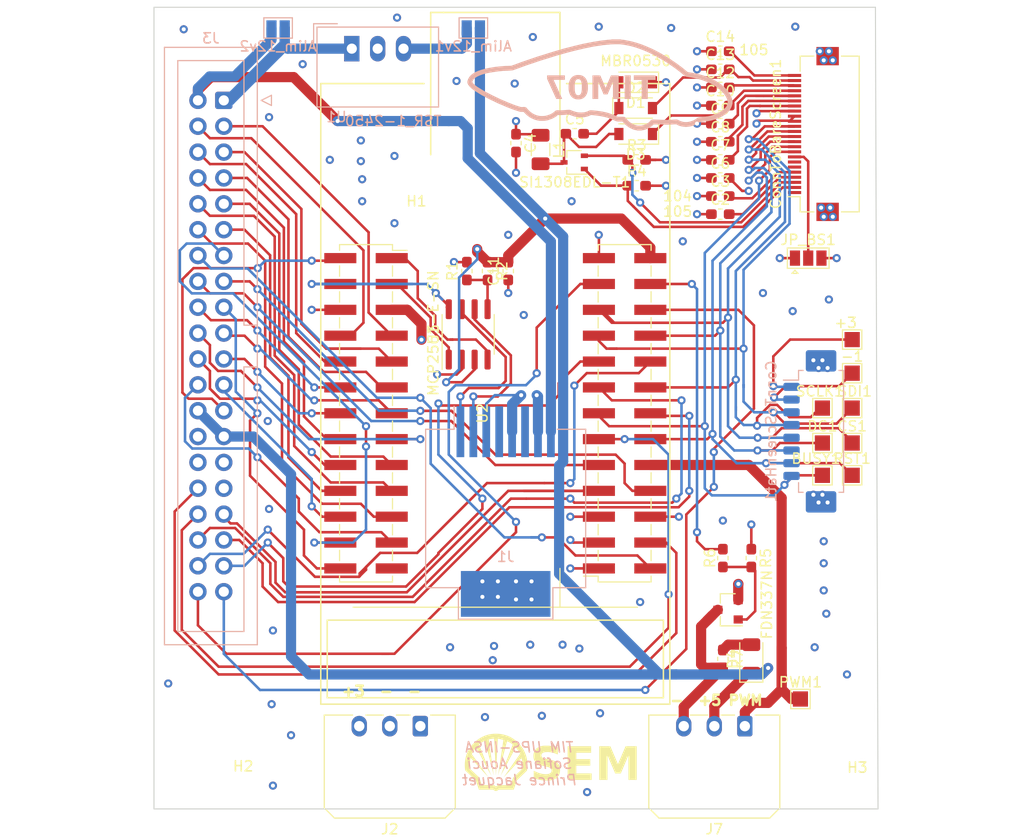
<source format=kicad_pcb>
(kicad_pcb (version 20171130) (host pcbnew "(5.1.6)-1")
  (layers (0 F.Cu signal) (1 In1.Cu power) (2 In2.Cu power) (31 B.Cu signal) (34 B.Paste user) (35 F.Paste user) (36 B.SilkS user) (37 F.SilkS user) (38 B.Mask user) (39 F.Mask user) (44 Edge.Cuts user))
  (net 0 "")
  (net 1 +5V)
  (net 2 VGL)
  (net 3 VGH)
  (net 4 "Net-(C5-Pad1)")
  (net 5 "Net-(C5-Pad2)")
  (net 6 VDD)
  (net 7 VPP)
  (net 8 VSH)
  (net 9 PREVGH)
  (net 10 VSL)
  (net 11 PREVGL)
  (net 12 VCOM)
  (net 13 "Net-(D4-Pad2)")
  (net 14 -POWER_ON-OFF)
  (net 15 POWER_ON-OFF)
  (net 16 Marche_AVNT-ARRIER)
  (net 17 accelerateur)
  (net 18 ENC_SpeedSelector_ok)
  (net 19 ENC_SpeedSelector_CCW)
  (net 20 LIGHTS_Back)
  (net 21 TURN_Sgnl_LEFT)
  (net 22 menu_up)
  (net 23 wiper_speed)
  (net 24 ADC_current_Selector)
  (net 25 BRAKE)
  (net 26 ENC_SpeedSelector_CW)
  (net 27 LIGHTS_Front)
  (net 28 TURN_Sgnl_RIGHT)
  (net 29 menu_ok)
  (net 30 menu_down)
  (net 31 SDI)
  (net 32 SCLK)
  (net 33 CS)
  (net 34 D_C)
  (net 35 RST)
  (net 36 BUSY)
  (net 37 HLT_CTL)
  (net 38 GDR)
  (net 39 RESE)
  (net 40 TSCL)
  (net 41 TSDA)
  (net 42 BS)
  (net 43 PWM_wiper)
  (net 44 "Net-(Q2-Pad1)")
  (net 45 "Net-(R1-Pad1)")
  (net 46 power_wiper)
  (net 47 CAN_Rx)
  (net 48 CAN_Tx)
  (net 49 CAN_STBY)
  (net 50 ST_RST)
  (net 51 "Net-(J1-Pad6)")
  (net 52 "Net-(J1-Pad4)")
  (net 53 GND)
  (net 54 +3V3)
  (net 55 "Net-(Alim_12v1-Pad1)")
  (net 56 CANL)
  (net 57 CANH)
  (net 58 PB6)
  (net 59 PA6)
  (net 60 PA7)
  (net 61 PA8)
  (net 62 PA2)
  (net 63 PB10)
  (net 64 PB12)
  (net 65 PC8)
  (net 66 PB5)
  (net 67 PB7)
  (net 68 PA5)
  (net 69 VBAT)
  (net 70 PA0)
  (net 71 PA4)
  (net 72 PB11)
  (net 73 PB14)
  (net 74 5VUSB)
  (net 75 "Net-(J7-Pad3)")
  (module Connector_Molex:Molex_PicoBlade_53261-0871_1x08-1MP_P1.25mm_Horizontal (layer B.Cu) (at 172.212 154.178 270)
    (fp_text reference ConnToScreenHat1 (at 0 4.4 90) (layer B.SilkS) (effects (justify mirror)))
    (fp_text value Conn_01x08)
    (pad MP smd roundrect (at 6.925 -0.5 270) (size 2.1 3) (layers B.Cu B.Paste B.Mask) (roundrect_rratio 0.119) (net 53 GND))
    (pad MP smd roundrect (at -6.925 -0.5 270) (size 2.1 3) (layers B.Cu B.Paste B.Mask) (roundrect_rratio 0.119) (net 53 GND))
    (pad 8 smd roundrect (at 4.375 2.4 270) (size 0.8 1.6) (layers B.Cu B.Paste B.Mask) (net 36 BUSY))
    (pad 7 smd roundrect (at 3.125 2.4 270) (size 0.8 1.6) (layers B.Cu B.Paste B.Mask) (net 35 RST))
    (pad 6 smd roundrect (at 1.875 2.4 270) (size 0.8 1.6) (layers B.Cu B.Paste B.Mask) (net 34 D_C))
    (pad 5 smd roundrect (at 0.625 2.4 270) (size 0.8 1.6) (layers B.Cu B.Paste B.Mask) (net 33 CS))
    (pad 4 smd roundrect (at -0.625 2.4 270) (size 0.8 1.6) (layers B.Cu B.Paste B.Mask) (net 32 SCLK))
    (pad 3 smd roundrect (at -1.875 2.4 270) (size 0.8 1.6) (layers B.Cu B.Paste B.Mask) (net 31 SDI))
    (pad 2 smd roundrect (at -3.125 2.4 270) (size 0.8 1.6) (layers B.Cu B.Paste B.Mask) (net 53 GND))
    (pad 1 smd roundrect (at -4.375 2.4 270) (size 0.8 1.6) (layers B.Cu B.Paste B.Mask) (net 54 +3V3))
  )
  (module TIM_Logos_V5:logo_tim07_medium_bottom (layer B.Cu) (at 152.273 120.142 180)
    (fp_text reference VAL hide)
    (fp_text value REF hide)
  )
  (module Connector_Molex:Molex_Micro-Fit_3.0_43650-0300_1x03_P3.00mm_Horizontal (layer F.Cu) (at 133.35 183.134 180)
    (fp_text reference J2 (at 3 -10.12) (layer F.SilkS))
    (fp_text value Conn_01x03)
    (pad 3 thru_hole oval (at 6 0 180) (size 1.5 2.02) (drill 1.02) (layers *.Cu *.Mask) (net 53 GND))
    (pad 2 thru_hole oval (at 3 0 180) (size 1.5 2.02) (drill 1.02) (layers *.Cu *.Mask) (net 53 GND))
    (pad 1 thru_hole roundrect (at 0 0 180) (size 1.5 2.02) (drill 1.02) (layers *.Cu *.Mask) (roundrect_rratio 0.166667) (net 54 +3V3))
    (pad "" np_thru_hole circle (at 3 -4.32 180) (size 3 3) (drill 3) (layers *.Cu *.Mask))
  )
  (module Connector_Molex:Molex_Micro-Fit_3.0_43650-0300_1x03_P3.00mm_Horizontal (layer F.Cu) (at 165.227 183.134 180)
    (fp_text reference J7 (at 3 -10.12) (layer F.SilkS))
    (fp_text value Conn_01x03)
    (pad 3 thru_hole oval (at 6 0 180) (size 1.5 2.02) (drill 1.02) (layers *.Cu *.Mask) (net 75 "Net-(J7-Pad3)"))
    (pad 2 thru_hole oval (at 3 0 180) (size 1.5 2.02) (drill 1.02) (layers *.Cu *.Mask) (net 1 +5V))
    (pad 1 thru_hole roundrect (at 0 0 180) (size 1.5 2.02) (drill 1.02) (layers *.Cu *.Mask) (roundrect_rratio 0.166667) (net 43 PWM_wiper))
    (pad "" np_thru_hole circle (at 3 -4.32 180) (size 3 3) (drill 3) (layers *.Cu *.Mask))
  )
  (module MountingHole:MountingHole_3.5mm (layer F.Cu) (at 173.355 186.944)
    (fp_text reference H3 (at 2.921 0.254) (layer F.SilkS))
    (fp_text value MountingHole)
    (pad 1 np_thru_hole circle (at 0 0) (size 3.5 3.5) (drill 3.5) (layers *.Cu *.Mask))
  )
  (module MountingHole:MountingHole_3.5mm (layer F.Cu) (at 113.03 186.944)
    (fp_text reference H2 (at 2.921 0.127) (layer F.SilkS))
    (fp_text value MountingHole)
    (pad 1 np_thru_hole circle (at 0 0) (size 3.5 3.5) (drill 3.5) (layers *.Cu *.Mask))
  )
  (module MountingHole:MountingHole_3.5mm (layer F.Cu) (at 135.89 131.572)
    (fp_text reference H1 (at -2.921 0) (layer F.SilkS))
    (fp_text value MountingHole)
    (pad 1 np_thru_hole circle (at 0 0) (size 3.5 3.5) (drill 3.5) (layers *.Cu *.Mask))
  )
  (module TIM_Logos_V5:logo_shell2_medium_top_silk (layer F.Cu) (at 147.32 186.69)
    (fp_text reference VAL hide)
    (fp_text value REF hide)
  )
  (module Converter_DCDC:Converter_DCDC_TRACO_TSR-1_THT (layer B.Cu) (at 126.619 116.586)
    (fp_text reference U1 (at -1.5 6.71) (layer B.SilkS) (effects (justify mirror)))
    (fp_text value TSR_1-2450 (at 4.064 7.112) (layer B.SilkS) (effects (justify mirror)))
    (pad 1 thru_hole rect (at 0 0) (size 1.5 2.5) (drill 1) (layers *.Cu *.Mask) (net 15 POWER_ON-OFF))
    (pad 2 thru_hole oval (at 2.54 0) (size 1.5 2.5) (drill 1) (layers *.Cu *.Mask) (net 53 GND))
    (pad 3 thru_hole oval (at 5.08 0) (size 1.5 2.5) (drill 1) (layers *.Cu *.Mask) (net 55 "Net-(Alim_12v1-Pad1)"))
  )
  (module TIM_Microcontrollers_V5:STM32H103-Olimex_SMD (layer F.Cu) (at 141.986 151.13 270)
    (fp_text reference U2 (at 1.27 2.54 90) (layer F.SilkS))
    (fp_text value STM32H103-OlimexBoard)
    (pad 27 smd rect (at 16.51 -8.905 180) (size 3.15 1) (layers F.Cu F.Paste F.Mask) (net 54 +3V3))
    (pad 50 smd rect (at -11.43 -13.955 180) (size 3.15 1) (layers F.Cu F.Paste F.Mask) (net 46 power_wiper))
    (pad 48 smd rect (at -8.89 -13.955 180) (size 3.15 1) (layers F.Cu F.Paste F.Mask) (net 65 PC8))
    (pad 37 smd rect (at 3.81 -8.905 180) (size 3.15 1) (layers F.Cu F.Paste F.Mask) (net 71 PA4))
    (pad 34 smd rect (at 8.89 -13.955 180) (size 3.15 1) (layers F.Cu F.Paste F.Mask) (net 22 menu_up))
    (pad 47 smd rect (at -8.89 -8.905 180) (size 3.15 1) (layers F.Cu F.Paste F.Mask) (net 33 CS))
    (pad 45 smd rect (at -6.35 -8.905 180) (size 3.15 1) (layers F.Cu F.Paste F.Mask) (net 31 SDI))
    (pad 40 smd rect (at 1.27 -13.955 180) (size 3.15 1) (layers F.Cu F.Paste F.Mask) (net 63 PB10))
    (pad 36 smd rect (at 6.35 -13.955 180) (size 3.15 1) (layers F.Cu F.Paste F.Mask) (net 43 PWM_wiper))
    (pad 28 smd rect (at 16.51 -13.955 180) (size 3.15 1) (layers F.Cu F.Paste F.Mask) (net 29 menu_ok))
    (pad 29 smd rect (at 13.97 -8.905 180) (size 3.15 1) (layers F.Cu F.Paste F.Mask) (net 53 GND))
    (pad 49 smd rect (at -11.43 -8.905 180) (size 3.15 1) (layers F.Cu F.Paste F.Mask) (net 74 5VUSB))
    (pad 33 smd rect (at 8.89 -8.905 180) (size 3.15 1) (layers F.Cu F.Paste F.Mask) (net 62 PA2))
    (pad 42 smd rect (at -1.27 -13.955 180) (size 3.15 1) (layers F.Cu F.Paste F.Mask) (net 32 SCLK))
    (pad 31 smd rect (at 11.43 -8.905 180) (size 3.15 1) (layers F.Cu F.Paste F.Mask) (net 54 +3V3))
    (pad 39 smd rect (at 1.27 -8.905 180) (size 3.15 1) (layers F.Cu F.Paste F.Mask) (net 36 BUSY))
    (pad 38 smd rect (at 3.81 -13.955 180) (size 3.15 1) (layers F.Cu F.Paste F.Mask) (net 35 RST))
    (pad 46 smd rect (at -6.35 -13.955 180) (size 3.15 1) (layers F.Cu F.Paste F.Mask) (net 34 D_C))
    (pad 41 smd rect (at -1.27 -8.905 180) (size 3.15 1) (layers F.Cu F.Paste F.Mask) (net 72 PB11))
    (pad 32 smd rect (at 11.43 -13.955 180) (size 3.15 1) (layers F.Cu F.Paste F.Mask) (net 53 GND))
    (pad 30 smd rect (at 13.97 -13.955 180) (size 3.15 1) (layers F.Cu F.Paste F.Mask) (net 70 PA0))
    (pad 44 smd rect (at -3.81 -13.955 180) (size 3.15 1) (layers F.Cu F.Paste F.Mask) (net 73 PB14))
    (pad 43 smd rect (at -3.81 -8.905 180) (size 3.15 1) (layers F.Cu F.Paste F.Mask) (net 64 PB12))
    (pad 35 smd rect (at 6.35 -8.905 180) (size 3.15 1) (layers F.Cu F.Paste F.Mask) (net 30 menu_down))
    (pad 52 smd rect (at -13.97 -13.955 180) (size 3.15 1) (layers F.Cu F.Paste F.Mask) (net 1 +5V))
    (pad 51 smd rect (at -13.97 -8.905 180) (size 3.15 1) (layers F.Cu F.Paste F.Mask) (net 53 GND))
    (pad 1 smd rect (at -13.97 11.445) (size 3.15 1) (layers F.Cu F.Paste F.Mask) (net 47 CAN_Rx))
    (pad 24 smd rect (at 13.97 16.495) (size 3.15 1) (layers F.Cu F.Paste F.Mask) (net 21 TURN_Sgnl_LEFT))
    (pad 22 smd rect (at 11.43 16.495) (size 3.15 1) (layers F.Cu F.Paste F.Mask) (net 60 PA7))
    (pad 11 smd rect (at -1.27 11.445) (size 3.15 1) (layers F.Cu F.Paste F.Mask) (net 18 ENC_SpeedSelector_ok))
    (pad 8 smd rect (at -6.35 16.495) (size 3.15 1) (layers F.Cu F.Paste F.Mask) (net 24 ADC_current_Selector))
    (pad 21 smd rect (at 11.43 11.445) (size 3.15 1) (layers F.Cu F.Paste F.Mask) (net 28 TURN_Sgnl_RIGHT))
    (pad 19 smd rect (at 8.89 11.445) (size 3.15 1) (layers F.Cu F.Paste F.Mask) (net 27 LIGHTS_Front))
    (pad 14 smd rect (at 1.27 16.495) (size 3.15 1) (layers F.Cu F.Paste F.Mask) (net 59 PA6))
    (pad 10 smd rect (at -3.81 16.495) (size 3.15 1) (layers F.Cu F.Paste F.Mask) (net 25 BRAKE))
    (pad 2 smd rect (at -13.97 16.495) (size 3.15 1) (layers F.Cu F.Paste F.Mask) (net 61 PA8))
    (pad 3 smd rect (at -11.43 11.445) (size 3.15 1) (layers F.Cu F.Paste F.Mask) (net 48 CAN_Tx))
    (pad 23 smd rect (at 13.97 11.445) (size 3.15 1) (layers F.Cu F.Paste F.Mask) (net 69 VBAT))
    (pad 7 smd rect (at -6.35 11.445) (size 3.15 1) (layers F.Cu F.Paste F.Mask) (net 16 Marche_AVNT-ARRIER))
    (pad 16 smd rect (at 3.81 16.495) (size 3.15 1) (layers F.Cu F.Paste F.Mask) (net 26 ENC_SpeedSelector_CW))
    (pad 5 smd rect (at -8.89 11.445) (size 3.15 1) (layers F.Cu F.Paste F.Mask) (net 54 +3V3))
    (pad 13 smd rect (at 1.27 11.445) (size 3.15 1) (layers F.Cu F.Paste F.Mask) (net 58 PB6))
    (pad 12 smd rect (at -1.27 16.495) (size 3.15 1) (layers F.Cu F.Paste F.Mask) (net 66 PB5))
    (pad 20 smd rect (at 8.89 16.495) (size 3.15 1) (layers F.Cu F.Paste F.Mask) (net 20 LIGHTS_Back))
    (pad 15 smd rect (at 3.81 11.445) (size 3.15 1) (layers F.Cu F.Paste F.Mask) (net 67 PB7))
    (pad 6 smd rect (at -8.89 16.495) (size 3.15 1) (layers F.Cu F.Paste F.Mask) (net 53 GND))
    (pad 4 smd rect (at -11.43 16.495) (size 3.15 1) (layers F.Cu F.Paste F.Mask) (net 49 CAN_STBY))
    (pad 18 smd rect (at 6.35 16.495) (size 3.15 1) (layers F.Cu F.Paste F.Mask) (net 68 PA5))
    (pad 17 smd rect (at 6.35 11.445) (size 3.15 1) (layers F.Cu F.Paste F.Mask) (net 19 ENC_SpeedSelector_CCW))
    (pad 9 smd rect (at -3.81 11.445) (size 3.15 1) (layers F.Cu F.Paste F.Mask) (net 17 accelerateur))
    (pad 26 smd rect (at 16.51 16.495) (size 3.15 1) (layers F.Cu F.Paste F.Mask) (net 23 wiper_speed))
    (pad 25 smd rect (at 16.51 11.445) (size 3.15 1) (layers F.Cu F.Paste F.Mask) (net 50 ST_RST))
  )
  (module Capacitor_SMD:C_0603_1608Metric_Pad1.05x0.95mm_HandSolder (layer F.Cu) (at 162.814 116.84)
    (fp_text reference C14 (at 0 -1.43) (layer F.SilkS))
    (fp_text value 105 (at 3.302 -0.127) (layer F.SilkS))
    (pad 2 smd roundrect (at 0.875 0) (size 1.05 0.95) (layers F.Cu F.Paste F.Mask) (net 12 VCOM))
    (pad 1 smd roundrect (at -0.875 0) (size 1.05 0.95) (layers F.Cu F.Paste F.Mask) (net 53 GND))
  )
  (module Capacitor_SMD:C_0603_1608Metric_Pad1.05x0.95mm_HandSolder (layer F.Cu) (at 162.814 118.618)
    (fp_text reference C13 (at 0 -1.43) (layer F.SilkS))
    (fp_text value 105)
    (pad 2 smd roundrect (at 0.875 0) (size 1.05 0.95) (layers F.Cu F.Paste F.Mask) (net 11 PREVGL))
    (pad 1 smd roundrect (at -0.875 0) (size 1.05 0.95) (layers F.Cu F.Paste F.Mask) (net 53 GND))
  )
  (module Capacitor_SMD:C_0603_1608Metric_Pad1.05x0.95mm_HandSolder (layer F.Cu) (at 162.814 120.396)
    (fp_text reference C12 (at 0 -1.43) (layer F.SilkS))
    (fp_text value 105)
    (pad 2 smd roundrect (at 0.875 0) (size 1.05 0.95) (layers F.Cu F.Paste F.Mask) (net 10 VSL))
    (pad 1 smd roundrect (at -0.875 0) (size 1.05 0.95) (layers F.Cu F.Paste F.Mask) (net 53 GND))
  )
  (module Capacitor_SMD:C_0603_1608Metric_Pad1.05x0.95mm_HandSolder (layer F.Cu) (at 141.986 138.43 90)
    (fp_text reference C11 (at 0 -1.43 90) (layer F.SilkS))
    (fp_text value 100n)
    (pad 2 smd roundrect (at 0.875 0 90) (size 1.05 0.95) (layers F.Cu F.Paste F.Mask) (net 1 +5V))
    (pad 1 smd roundrect (at -0.875 0 90) (size 1.05 0.95) (layers F.Cu F.Paste F.Mask) (net 53 GND))
  )
  (module Capacitor_SMD:C_0603_1608Metric_Pad1.05x0.95mm_HandSolder (layer F.Cu) (at 162.814 122.174)
    (fp_text reference C10 (at 0 -1.43) (layer F.SilkS))
    (fp_text value 105)
    (pad 2 smd roundrect (at 0.875 0) (size 1.05 0.95) (layers F.Cu F.Paste F.Mask) (net 9 PREVGH))
    (pad 1 smd roundrect (at -0.875 0) (size 1.05 0.95) (layers F.Cu F.Paste F.Mask) (net 53 GND))
  )
  (module Capacitor_SMD:C_0603_1608Metric_Pad1.05x0.95mm_HandSolder (layer F.Cu) (at 162.814 123.952)
    (fp_text reference C9 (at 0 -1.43) (layer F.SilkS))
    (fp_text value 105)
    (pad 2 smd roundrect (at 0.875 0) (size 1.05 0.95) (layers F.Cu F.Paste F.Mask) (net 8 VSH))
    (pad 1 smd roundrect (at -0.875 0) (size 1.05 0.95) (layers F.Cu F.Paste F.Mask) (net 53 GND))
  )
  (module Capacitor_SMD:C_0603_1608Metric_Pad1.05x0.95mm_HandSolder (layer F.Cu) (at 162.814 125.73)
    (fp_text reference C8 (at 0 -1.43) (layer F.SilkS))
    (fp_text value 105)
    (pad 2 smd roundrect (at 0.875 0) (size 1.05 0.95) (layers F.Cu F.Paste F.Mask) (net 7 VPP))
    (pad 1 smd roundrect (at -0.875 0) (size 1.05 0.95) (layers F.Cu F.Paste F.Mask) (net 53 GND))
  )
  (module Capacitor_SMD:C_0603_1608Metric_Pad1.05x0.95mm_HandSolder (layer F.Cu) (at 162.814 127.508)
    (fp_text reference C7 (at 0 -1.43) (layer F.SilkS))
    (fp_text value 105)
    (pad 2 smd roundrect (at 0.875 0) (size 1.05 0.95) (layers F.Cu F.Paste F.Mask) (net 6 VDD))
    (pad 1 smd roundrect (at -0.875 0) (size 1.05 0.95) (layers F.Cu F.Paste F.Mask) (net 53 GND))
  )
  (module Capacitor_SMD:C_0603_1608Metric_Pad1.05x0.95mm_HandSolder (layer F.Cu) (at 162.814 129.286)
    (fp_text reference C6 (at 0 -1.43 180) (layer F.SilkS))
    (fp_text value 104 (at -4.191 1.778 180) (layer F.SilkS))
    (pad 2 smd roundrect (at 0.875 0) (size 1.05 0.95) (layers F.Cu F.Paste F.Mask) (net 54 +3V3))
    (pad 1 smd roundrect (at -0.875 0) (size 1.05 0.95) (layers F.Cu F.Paste F.Mask) (net 53 GND))
  )
  (module Capacitor_SMD:C_0603_1608Metric_Pad1.05x0.95mm_HandSolder (layer F.Cu) (at 148.513 124.942)
    (fp_text reference C5 (at 0 -1.43) (layer F.SilkS))
    (fp_text value C)
    (pad 2 smd roundrect (at 0.875 0) (size 1.05 0.95) (layers F.Cu F.Paste F.Mask) (net 5 "Net-(C5-Pad2)"))
    (pad 1 smd roundrect (at -0.875 0) (size 1.05 0.95) (layers F.Cu F.Paste F.Mask) (net 4 "Net-(C5-Pad1)"))
  )
  (module Capacitor_SMD:C_0603_1608Metric_Pad1.05x0.95mm_HandSolder (layer F.Cu) (at 142.748 125.862 270)
    (fp_text reference C4 (at 0 -1.43 90) (layer F.SilkS))
    (fp_text value 4.7u)
    (pad 2 smd roundrect (at 0.875 0 270) (size 1.05 0.95) (layers F.Cu F.Paste F.Mask) (net 53 GND))
    (pad 1 smd roundrect (at -0.875 0 270) (size 1.05 0.95) (layers F.Cu F.Paste F.Mask) (net 54 +3V3))
  )
  (module Capacitor_SMD:C_0603_1608Metric_Pad1.05x0.95mm_HandSolder (layer F.Cu) (at 162.814 131.064)
    (fp_text reference C3 (at 0 -1.43) (layer F.SilkS))
    (fp_text value 105 (at -4.191 1.524) (layer F.SilkS))
    (pad 2 smd roundrect (at 0.875 0) (size 1.05 0.95) (layers F.Cu F.Paste F.Mask) (net 3 VGH))
    (pad 1 smd roundrect (at -0.875 0) (size 1.05 0.95) (layers F.Cu F.Paste F.Mask) (net 53 GND))
  )
  (module Capacitor_SMD:C_0603_1608Metric_Pad1.05x0.95mm_HandSolder (layer F.Cu) (at 162.814 132.842)
    (fp_text reference C2 (at 0 -1.43) (layer F.SilkS))
    (fp_text value C)
    (pad 2 smd roundrect (at 0.875 0) (size 1.05 0.95) (layers F.Cu F.Paste F.Mask) (net 2 VGL))
    (pad 1 smd roundrect (at -0.875 0) (size 1.05 0.95) (layers F.Cu F.Paste F.Mask) (net 53 GND))
  )
  (module Diode_SMD:D_SOD-123 (layer F.Cu) (at 154.502 119.888 180)
    (fp_text reference D1 (at 0 -2) (layer F.SilkS))
    (fp_text value MBR0530 (at 0 2.1) (layer F.SilkS))
    (pad 1 smd rect (at -1.65 0 180) (size 0.9 1.2) (layers F.Cu F.Paste F.Mask) (net 53 GND))
    (pad 2 smd rect (at 1.65 0 180) (size 0.9 1.2) (layers F.Cu F.Paste F.Mask) (net 5 "Net-(C5-Pad2)"))
  )
  (module Diode_SMD:D_SOD-123 (layer F.Cu) (at 154.502 122.418858)
    (fp_text reference D2 (at 0 -2) (layer F.SilkS))
    (fp_text value MBR0530)
    (pad 2 smd rect (at 1.65 0) (size 0.9 1.2) (layers F.Cu F.Paste F.Mask) (net 11 PREVGL))
    (pad 1 smd rect (at -1.65 0) (size 0.9 1.2) (layers F.Cu F.Paste F.Mask) (net 5 "Net-(C5-Pad2)"))
  )
  (module Diode_SMD:D_SOD-123 (layer F.Cu) (at 154.502 124.968 180)
    (fp_text reference D3 (at 0 -2) (layer F.SilkS))
    (fp_text value MBR0530)
    (pad 1 smd rect (at -1.65 0 180) (size 0.9 1.2) (layers F.Cu F.Paste F.Mask) (net 9 PREVGH))
    (pad 2 smd rect (at 1.65 0 180) (size 0.9 1.2) (layers F.Cu F.Paste F.Mask) (net 4 "Net-(C5-Pad1)"))
  )
  (module Inductor_SMD:L_1206_3216Metric (layer F.Cu) (at 145.161 126.492 270)
    (fp_text reference L1 (at 0 -1.82 90) (layer F.SilkS))
    (fp_text value L_Core_Ferrite)
    (pad 1 smd roundrect (at -1.4 0 270) (size 1.25 1.75) (layers F.Cu F.Paste F.Mask) (roundrect_rratio 0.2) (net 54 +3V3))
    (pad 2 smd roundrect (at 1.4 0 270) (size 1.25 1.75) (layers F.Cu F.Paste F.Mask) (roundrect_rratio 0.2) (net 4 "Net-(C5-Pad1)"))
  )
  (module Package_TO_SOT_SMD:SOT-323_SC-70 (layer F.Cu) (at 148.463 127.7562 180)
    (fp_text reference SI1308EDL-T1 (at -0.05 -1.95) (layer F.SilkS))
    (fp_text value Si1304BDL)
    (pad 1 smd rect (at -1 -0.65 90) (size 0.45 0.7) (layers F.Cu F.Paste F.Mask) (net 38 GDR))
    (pad 2 smd rect (at -1 0.65 90) (size 0.45 0.7) (layers F.Cu F.Paste F.Mask) (net 39 RESE))
    (pad 3 smd rect (at 1 0 90) (size 0.45 0.7) (layers F.Cu F.Paste F.Mask) (net 4 "Net-(C5-Pad1)"))
  )
  (module Connector_IDC:IDC-Header_2x20_P2.54mm_Vertical (layer B.Cu) (at 114.046 121.666 180)
    (fp_text reference J3 (at 1.27 6.1) (layer B.SilkS) (effects (justify mirror)))
    (fp_text value Conn_01x40)
    (pad 1 thru_hole roundrect (at 0 0 180) (size 1.7 1.7) (drill 1) (layers *.Cu *.Mask) (roundrect_rratio 0.147059) (net 15 POWER_ON-OFF))
    (pad 3 thru_hole circle (at 0 -2.54 180) (size 1.7 1.7) (drill 1) (layers *.Cu *.Mask) (net 16 Marche_AVNT-ARRIER))
    (pad 5 thru_hole circle (at 0 -5.08 180) (size 1.7 1.7) (drill 1) (layers *.Cu *.Mask) (net 17 accelerateur))
    (pad 7 thru_hole circle (at 0 -7.62 180) (size 1.7 1.7) (drill 1) (layers *.Cu *.Mask) (net 18 ENC_SpeedSelector_ok))
    (pad 9 thru_hole circle (at 0 -10.16 180) (size 1.7 1.7) (drill 1) (layers *.Cu *.Mask) (net 19 ENC_SpeedSelector_CCW))
    (pad 11 thru_hole circle (at 0 -12.7 180) (size 1.7 1.7) (drill 1) (layers *.Cu *.Mask) (net 20 LIGHTS_Back))
    (pad 13 thru_hole circle (at 0 -15.24 180) (size 1.7 1.7) (drill 1) (layers *.Cu *.Mask) (net 21 TURN_Sgnl_LEFT))
    (pad 15 thru_hole circle (at 0 -17.78 180) (size 1.7 1.7) (drill 1) (layers *.Cu *.Mask) (net 22 menu_up))
    (pad 17 thru_hole circle (at 0 -20.32 180) (size 1.7 1.7) (drill 1) (layers *.Cu *.Mask) (net 23 wiper_speed))
    (pad 19 thru_hole circle (at 0 -22.86 180) (size 1.7 1.7) (drill 1) (layers *.Cu *.Mask) (net 58 PB6))
    (pad 21 thru_hole circle (at 0 -25.4 180) (size 1.7 1.7) (drill 1) (layers *.Cu *.Mask) (net 59 PA6))
    (pad 23 thru_hole circle (at 0 -27.94 180) (size 1.7 1.7) (drill 1) (layers *.Cu *.Mask) (net 60 PA7))
    (pad 25 thru_hole circle (at 0 -30.48 180) (size 1.7 1.7) (drill 1) (layers *.Cu *.Mask) (net 61 PA8))
    (pad 27 thru_hole circle (at 0 -33.02 180) (size 1.7 1.7) (drill 1) (layers *.Cu *.Mask) (net 1 +5V))
    (pad 29 thru_hole circle (at 0 -35.56 180) (size 1.7 1.7) (drill 1) (layers *.Cu *.Mask) (net 53 GND))
    (pad 31 thru_hole circle (at 0 -38.1 180) (size 1.7 1.7) (drill 1) (layers *.Cu *.Mask) (net 54 +3V3))
    (pad 33 thru_hole circle (at 0 -40.64 180) (size 1.7 1.7) (drill 1) (layers *.Cu *.Mask) (net 62 PA2))
    (pad 35 thru_hole circle (at 0 -43.18 180) (size 1.7 1.7) (drill 1) (layers *.Cu *.Mask) (net 63 PB10))
    (pad 37 thru_hole circle (at 0 -45.72 180) (size 1.7 1.7) (drill 1) (layers *.Cu *.Mask) (net 64 PB12))
    (pad 39 thru_hole circle (at 0 -48.26 180) (size 1.7 1.7) (drill 1) (layers *.Cu *.Mask) (net 65 PC8))
    (pad 2 thru_hole circle (at 2.54 0 180) (size 1.7 1.7) (drill 1) (layers *.Cu *.Mask) (net 14 -POWER_ON-OFF))
    (pad 4 thru_hole circle (at 2.54 -2.54 180) (size 1.7 1.7) (drill 1) (layers *.Cu *.Mask) (net 24 ADC_current_Selector))
    (pad 6 thru_hole circle (at 2.54 -5.08 180) (size 1.7 1.7) (drill 1) (layers *.Cu *.Mask) (net 25 BRAKE))
    (pad 8 thru_hole circle (at 2.54 -7.62 180) (size 1.7 1.7) (drill 1) (layers *.Cu *.Mask) (net 26 ENC_SpeedSelector_CW))
    (pad 10 thru_hole circle (at 2.54 -10.16 180) (size 1.7 1.7) (drill 1) (layers *.Cu *.Mask) (net 27 LIGHTS_Front))
    (pad 12 thru_hole circle (at 2.54 -12.7 180) (size 1.7 1.7) (drill 1) (layers *.Cu *.Mask) (net 28 TURN_Sgnl_RIGHT))
    (pad 14 thru_hole circle (at 2.54 -15.24 180) (size 1.7 1.7) (drill 1) (layers *.Cu *.Mask) (net 29 menu_ok))
    (pad 16 thru_hole circle (at 2.54 -17.78 180) (size 1.7 1.7) (drill 1) (layers *.Cu *.Mask) (net 30 menu_down))
    (pad 18 thru_hole circle (at 2.54 -20.32 180) (size 1.7 1.7) (drill 1) (layers *.Cu *.Mask) (net 66 PB5))
    (pad 20 thru_hole circle (at 2.54 -22.86 180) (size 1.7 1.7) (drill 1) (layers *.Cu *.Mask) (net 67 PB7))
    (pad 22 thru_hole circle (at 2.54 -25.4 180) (size 1.7 1.7) (drill 1) (layers *.Cu *.Mask) (net 68 PA5))
    (pad 24 thru_hole circle (at 2.54 -27.94 180) (size 1.7 1.7) (drill 1) (layers *.Cu *.Mask) (net 69 VBAT))
    (pad 26 thru_hole circle (at 2.54 -30.48 180) (size 1.7 1.7) (drill 1) (layers *.Cu *.Mask) (net 1 +5V))
    (pad 28 thru_hole circle (at 2.54 -33.02 180) (size 1.7 1.7) (drill 1) (layers *.Cu *.Mask) (net 53 GND))
    (pad 30 thru_hole circle (at 2.54 -35.56 180) (size 1.7 1.7) (drill 1) (layers *.Cu *.Mask) (net 54 +3V3))
    (pad 32 thru_hole circle (at 2.54 -38.1 180) (size 1.7 1.7) (drill 1) (layers *.Cu *.Mask) (net 70 PA0))
    (pad 34 thru_hole circle (at 2.54 -40.64 180) (size 1.7 1.7) (drill 1) (layers *.Cu *.Mask) (net 71 PA4))
    (pad 36 thru_hole circle (at 2.54 -43.18 180) (size 1.7 1.7) (drill 1) (layers *.Cu *.Mask) (net 72 PB11))
    (pad 38 thru_hole circle (at 2.54 -45.72 180) (size 1.7 1.7) (drill 1) (layers *.Cu *.Mask) (net 73 PB14))
    (pad 40 thru_hole circle (at 2.54 -48.26 180) (size 1.7 1.7) (drill 1) (layers *.Cu *.Mask) (net 74 5VUSB))
  )
  (module Connector_RJ:RJ45_Molex_0855135013_Vertical (layer B.Cu) (at 141.732 162.052 270)
    (fp_text reference J1 (at 4.445 0 180) (layer B.SilkS) (effects (justify mirror)))
    (fp_text value RJ45_CANBUS_copy)
    (pad L smd rect (at 8.09 0) (size 8.8 4.5) (layers B.Cu B.Paste B.Mask) (net 53 GND))
    (pad 8 smd rect (at -7.84 -4.445) (size 0.76 5) (layers B.Cu B.Paste B.Mask) (net 14 -POWER_ON-OFF))
    (pad 7 smd rect (at -7.84 -3.175) (size 0.76 5) (layers B.Cu B.Paste B.Mask) (net 53 GND))
    (pad 6 smd rect (at -7.84 -1.905) (size 0.76 5) (layers B.Cu B.Paste B.Mask) (net 51 "Net-(J1-Pad6)"))
    (pad 5 smd rect (at -7.84 -0.635) (size 0.76 5) (layers B.Cu B.Paste B.Mask) (net 53 GND))
    (pad 4 smd rect (at -7.84 0.635) (size 0.76 5) (layers B.Cu B.Paste B.Mask) (net 52 "Net-(J1-Pad4)"))
    (pad 3 smd rect (at -7.84 1.905) (size 0.76 5) (layers B.Cu B.Paste B.Mask) (net 53 GND))
    (pad 2 smd rect (at -7.84 3.175) (size 0.76 5) (layers B.Cu B.Paste B.Mask) (net 56 CANL))
    (pad 1 smd rect (at -7.84 4.445) (size 0.76 5) (layers B.Cu B.Paste B.Mask) (net 57 CANH))
  )
  (module Diode_SMD:D_1206_3216Metric (layer F.Cu) (at 165.862 176.53 90)
    (fp_text reference D4 (at 0 -1.82 270) (layer F.SilkS))
    (fp_text value D)
    (pad 1 smd roundrect (at -1.4 0 90) (size 1.25 1.75) (layers F.Cu F.Paste F.Mask) (roundrect_rratio 0.2) (net 1 +5V))
    (pad 2 smd roundrect (at 1.4 0 90) (size 1.25 1.75) (layers F.Cu F.Paste F.Mask) (roundrect_rratio 0.2) (net 13 "Net-(D4-Pad2)"))
  )
  (module Connector_FFC-FPC:Hirose_FH12-24S-0.5SH_1x24-1MP_P0.50mm_Horizontal (layer F.Cu) (at 171.958 124.968 90)
    (fp_text reference ConnToBareScreen1 (at 0 -3.7 90) (layer F.SilkS))
    (fp_text value FFC_PFC_Conn_01x24_0.5MM)
    (pad MP smd rect (at 7.65 1.4 90) (size 1.8 2.2) (layers F.Cu F.Paste F.Mask) (net 53 GND))
    (pad MP smd rect (at -7.65 1.4 90) (size 1.8 2.2) (layers F.Cu F.Paste F.Mask) (net 53 GND))
    (pad 1 smd rect (at -5.75 -1.85 90) (size 0.3 1.3) (layers F.Cu F.Paste F.Mask) (net 37 HLT_CTL))
    (pad 2 smd rect (at -5.25 -1.85 90) (size 0.3 1.3) (layers F.Cu F.Paste F.Mask) (net 38 GDR))
    (pad 3 smd rect (at -4.75 -1.85 90) (size 0.3 1.3) (layers F.Cu F.Paste F.Mask) (net 39 RESE))
    (pad 4 smd rect (at -4.25 -1.85 90) (size 0.3 1.3) (layers F.Cu F.Paste F.Mask) (net 2 VGL))
    (pad 5 smd rect (at -3.75 -1.85 90) (size 0.3 1.3) (layers F.Cu F.Paste F.Mask) (net 3 VGH))
    (pad 6 smd rect (at -3.25 -1.85 90) (size 0.3 1.3) (layers F.Cu F.Paste F.Mask) (net 40 TSCL))
    (pad 7 smd rect (at -2.75 -1.85 90) (size 0.3 1.3) (layers F.Cu F.Paste F.Mask) (net 41 TSDA))
    (pad 8 smd rect (at -2.25 -1.85 90) (size 0.3 1.3) (layers F.Cu F.Paste F.Mask) (net 42 BS))
    (pad 9 smd rect (at -1.75 -1.85 90) (size 0.3 1.3) (layers F.Cu F.Paste F.Mask) (net 36 BUSY))
    (pad 10 smd rect (at -1.25 -1.85 90) (size 0.3 1.3) (layers F.Cu F.Paste F.Mask) (net 35 RST))
    (pad 11 smd rect (at -0.75 -1.85 90) (size 0.3 1.3) (layers F.Cu F.Paste F.Mask) (net 34 D_C))
    (pad 12 smd rect (at -0.25 -1.85 90) (size 0.3 1.3) (layers F.Cu F.Paste F.Mask) (net 33 CS))
    (pad 13 smd rect (at 0.25 -1.85 90) (size 0.3 1.3) (layers F.Cu F.Paste F.Mask) (net 32 SCLK))
    (pad 14 smd rect (at 0.75 -1.85 90) (size 0.3 1.3) (layers F.Cu F.Paste F.Mask) (net 31 SDI))
    (pad 15 smd rect (at 1.25 -1.85 90) (size 0.3 1.3) (layers F.Cu F.Paste F.Mask) (net 54 +3V3))
    (pad 16 smd rect (at 1.75 -1.85 90) (size 0.3 1.3) (layers F.Cu F.Paste F.Mask) (net 54 +3V3))
    (pad 17 smd rect (at 2.25 -1.85 90) (size 0.3 1.3) (layers F.Cu F.Paste F.Mask) (net 53 GND))
    (pad 18 smd rect (at 2.75 -1.85 90) (size 0.3 1.3) (layers F.Cu F.Paste F.Mask) (net 6 VDD))
    (pad 19 smd rect (at 3.25 -1.85 90) (size 0.3 1.3) (layers F.Cu F.Paste F.Mask) (net 7 VPP))
    (pad 20 smd rect (at 3.75 -1.85 90) (size 0.3 1.3) (layers F.Cu F.Paste F.Mask) (net 8 VSH))
    (pad 21 smd rect (at 4.25 -1.85 90) (size 0.3 1.3) (layers F.Cu F.Paste F.Mask) (net 9 PREVGH))
    (pad 22 smd rect (at 4.75 -1.85 90) (size 0.3 1.3) (layers F.Cu F.Paste F.Mask) (net 10 VSL))
    (pad 23 smd rect (at 5.25 -1.85 90) (size 0.3 1.3) (layers F.Cu F.Paste F.Mask) (net 11 PREVGL))
    (pad 24 smd rect (at 5.75 -1.85 90) (size 0.3 1.3) (layers F.Cu F.Paste F.Mask) (net 12 VCOM))
  )
  (module Jumper:SolderJumper-2_P1.3mm_Open_Pad1.0x1.5mm (layer B.Cu) (at 119.38 114.554)
    (fp_text reference Alim_12v2 (at 0 1.8 180) (layer B.SilkS) (effects (justify mirror)))
    (fp_text value Jumper_NO_Small)
    (pad 2 smd rect (at 0.65 0) (size 1 1.5) (layers B.Cu B.Mask) (net 15 POWER_ON-OFF))
    (pad 1 smd rect (at -0.65 0) (size 1 1.5) (layers B.Cu B.Mask) (net 14 -POWER_ON-OFF))
  )
  (module Jumper:SolderJumper-3_P1.3mm_Open_Pad1.0x1.5mm (layer F.Cu) (at 171.45 137.16)
    (fp_text reference JP_BS1 (at 0 -1.8 -180) (layer F.SilkS))
    (fp_text value SolderJumper_3_Open)
    (pad 3 smd rect (at 1.3 0) (size 1 1.5) (layers F.Cu F.Mask) (net 53 GND))
    (pad 2 smd rect (at 0 0) (size 1 1.5) (layers F.Cu F.Mask) (net 42 BS))
    (pad 1 smd rect (at -1.3 0) (size 1 1.5) (layers F.Cu F.Mask) (net 54 +3V3))
  )
  (module Package_TO_SOT_SMD:SOT-23 (layer F.Cu) (at 163.576 171.704 180)
    (fp_text reference Q2)
    (fp_text value FDN337N (at -3.81 0.508 270) (layer F.SilkS))
    (pad 1 smd rect (at -1 -0.95 180) (size 0.9 0.8) (layers F.Cu F.Paste F.Mask) (net 44 "Net-(Q2-Pad1)"))
    (pad 2 smd rect (at -1 0.95 180) (size 0.9 0.8) (layers F.Cu F.Paste F.Mask) (net 53 GND))
    (pad 3 smd rect (at 1 0 180) (size 0.9 0.8) (layers F.Cu F.Paste F.Mask) (net 75 "Net-(J7-Pad3)"))
  )
  (module Package_SO:SOIC-8_3.9x4.9mm_P1.27mm (layer F.Cu) (at 138.049 144.653 90)
    (fp_text reference U3 (at 0 -3.4 270) (layer F.SilkS))
    (fp_text value MCP2561-E-SN (at 0.127 -3.429 270) (layer F.SilkS))
    (pad 1 smd roundrect (at -2.475 -1.905 90) (size 1.95 0.6) (layers F.Cu F.Paste F.Mask) (net 48 CAN_Tx))
    (pad 2 smd roundrect (at -2.475 -0.635 90) (size 1.95 0.6) (layers F.Cu F.Paste F.Mask) (net 53 GND))
    (pad 3 smd roundrect (at -2.475 0.635 90) (size 1.95 0.6) (layers F.Cu F.Paste F.Mask) (net 1 +5V))
    (pad 4 smd roundrect (at -2.475 1.905 90) (size 1.95 0.6) (layers F.Cu F.Paste F.Mask) (net 47 CAN_Rx))
    (pad 5 smd roundrect (at 2.475 1.905 90) (size 1.95 0.6) (layers F.Cu F.Paste F.Mask) (net 45 "Net-(R1-Pad1)"))
    (pad 6 smd roundrect (at 2.475 0.635 90) (size 1.95 0.6) (layers F.Cu F.Paste F.Mask) (net 56 CANL))
    (pad 7 smd roundrect (at 2.475 -0.635 90) (size 1.95 0.6) (layers F.Cu F.Paste F.Mask) (net 57 CANH))
    (pad 8 smd roundrect (at 2.475 -1.905 90) (size 1.95 0.6) (layers F.Cu F.Paste F.Mask) (net 49 CAN_STBY))
  )
  (module Jumper:SolderJumper-2_P1.3mm_Open_Pad1.0x1.5mm (layer B.Cu) (at 138.557 114.554)
    (fp_text reference Alim_12v1 (at 0 1.8) (layer B.SilkS) (effects (justify mirror)))
    (fp_text value Jumper_NO_Small)
    (pad 2 smd rect (at 0.65 0) (size 1 1.5) (layers B.Cu B.Mask) (net 1 +5V))
    (pad 1 smd rect (at -0.65 0) (size 1 1.5) (layers B.Cu B.Mask) (net 55 "Net-(Alim_12v1-Pad1)"))
  )
  (module Resistor_SMD:R_0603_1608Metric_Pad1.05x0.95mm_HandSolder (layer F.Cu) (at 137.922 138.43 90)
    (fp_text reference R1 (at 0 -1.43 270) (layer F.SilkS))
    (fp_text value 10k)
    (pad 2 smd roundrect (at 0.875 0 90) (size 1.05 0.95) (layers F.Cu F.Paste F.Mask) (net 53 GND))
    (pad 1 smd roundrect (at -0.875 0 90) (size 1.05 0.95) (layers F.Cu F.Paste F.Mask) (net 45 "Net-(R1-Pad1)"))
  )
  (module Resistor_SMD:R_0603_1608Metric_Pad1.05x0.95mm_HandSolder (layer F.Cu) (at 139.954 138.43 270)
    (fp_text reference R2 (at 0 -1.43 270) (layer F.SilkS))
    (fp_text value 10k)
    (pad 1 smd roundrect (at -0.875 0 270) (size 1.05 0.95) (layers F.Cu F.Paste F.Mask) (net 1 +5V))
    (pad 2 smd roundrect (at 0.875 0 270) (size 1.05 0.95) (layers F.Cu F.Paste F.Mask) (net 45 "Net-(R1-Pad1)"))
  )
  (module Resistor_SMD:R_0603_1608Metric_Pad1.05x0.95mm_HandSolder (layer F.Cu) (at 154.602 127.508)
    (fp_text reference R3 (at 0 -1.43) (layer F.SilkS))
    (fp_text value 47r)
    (pad 2 smd roundrect (at 0.875 0) (size 1.05 0.95) (layers F.Cu F.Paste F.Mask) (net 53 GND))
    (pad 1 smd roundrect (at -0.875 0) (size 1.05 0.95) (layers F.Cu F.Paste F.Mask) (net 39 RESE))
  )
  (module Resistor_SMD:R_0603_1608Metric_Pad1.05x0.95mm_HandSolder (layer F.Cu) (at 154.602 130.048)
    (fp_text reference R4 (at 0 -1.43) (layer F.SilkS))
    (fp_text value 10k)
    (pad 1 smd roundrect (at -0.875 0) (size 1.05 0.95) (layers F.Cu F.Paste F.Mask) (net 38 GDR))
    (pad 2 smd roundrect (at 0.875 0) (size 1.05 0.95) (layers F.Cu F.Paste F.Mask) (net 53 GND))
  )
  (module Resistor_SMD:R_0603_1608Metric_Pad1.05x0.95mm_HandSolder (layer F.Cu) (at 165.862 166.624 270)
    (fp_text reference R5 (at 0 -1.43 90) (layer F.SilkS))
    (fp_text value 10k)
    (pad 1 smd roundrect (at -0.875 0 270) (size 1.05 0.95) (layers F.Cu F.Paste F.Mask) (net 53 GND))
    (pad 2 smd roundrect (at 0.875 0 270) (size 1.05 0.95) (layers F.Cu F.Paste F.Mask) (net 44 "Net-(Q2-Pad1)"))
  )
  (module Resistor_SMD:R_0603_1608Metric_Pad1.05x0.95mm_HandSolder (layer F.Cu) (at 163.068 166.624 90)
    (fp_text reference R6 (at 0 -1.27 90) (layer F.SilkS))
    (fp_text value 10)
    (pad 2 smd roundrect (at 0.875 0 90) (size 1.05 0.95) (layers F.Cu F.Paste F.Mask) (net 46 power_wiper))
    (pad 1 smd roundrect (at -0.875 0 90) (size 1.05 0.95) (layers F.Cu F.Paste F.Mask) (net 44 "Net-(Q2-Pad1)"))
  )
  (module Resistor_SMD:R_0603_1608Metric_Pad1.05x0.95mm_HandSolder (layer F.Cu) (at 163.068 176.53 270)
    (fp_text reference R7 (at 0 -1.43 90) (layer F.SilkS))
    (fp_text value 10k)
    (pad 1 smd roundrect (at -0.875 0 270) (size 1.05 0.95) (layers F.Cu F.Paste F.Mask) (net 13 "Net-(D4-Pad2)"))
    (pad 2 smd roundrect (at 0.875 0 270) (size 1.05 0.95) (layers F.Cu F.Paste F.Mask) (net 75 "Net-(J7-Pad3)"))
  )
  (module TestPoint:TestPoint_Pad_1.5x1.5mm (layer F.Cu) (at 172.847 158.496)
    (fp_text reference BUSY1 (at -0.635 -1.648) (layer F.SilkS))
    (fp_text value TestPoint)
    (pad 1 smd rect (at 0 0) (size 1.5 1.5) (layers F.Cu F.Mask) (net 36 BUSY))
  )
  (module TestPoint:TestPoint_Pad_1.5x1.5mm (layer F.Cu) (at 175.768 158.496)
    (fp_text reference RST1 (at 0 -1.648) (layer F.SilkS))
    (fp_text value TestPoint)
    (pad 1 smd rect (at 0 0) (size 1.5 1.5) (layers F.Cu F.Mask) (net 35 RST))
  )
  (module TestPoint:TestPoint_Pad_1.5x1.5mm (layer F.Cu) (at 172.847 155.321)
    (fp_text reference DC1 (at 0 -1.648) (layer F.SilkS))
    (fp_text value TestPoint)
    (pad 1 smd rect (at 0 0) (size 1.5 1.5) (layers F.Cu F.Mask) (net 34 D_C))
  )
  (module TestPoint:TestPoint_Pad_1.5x1.5mm (layer F.Cu) (at 175.768 155.321)
    (fp_text reference CS1 (at 0 -1.648) (layer F.SilkS))
    (fp_text value TestPoint)
    (pad 1 smd rect (at 0 0) (size 1.5 1.5) (layers F.Cu F.Mask) (net 33 CS))
  )
  (module TestPoint:TestPoint_Pad_1.5x1.5mm (layer F.Cu) (at 172.847 151.892)
    (fp_text reference SCLK1 (at -0.254 -1.648) (layer F.SilkS))
    (fp_text value TestPoint)
    (pad 1 smd rect (at 0 0) (size 1.5 1.5) (layers F.Cu F.Mask) (net 32 SCLK))
  )
  (module TestPoint:TestPoint_Pad_1.5x1.5mm (layer F.Cu) (at 175.768 151.892)
    (fp_text reference SDI1 (at 0.254 -1.648) (layer F.SilkS))
    (fp_text value TestPoint)
    (pad 1 smd rect (at 0 0) (size 1.5 1.5) (layers F.Cu F.Mask) (net 31 SDI))
  )
  (module TestPoint:TestPoint_Pad_1.5x1.5mm (layer F.Cu) (at 175.768 148.463)
    (fp_text reference -1 (at 0 -1.648) (layer F.SilkS))
    (fp_text value TestPoint)
    (pad 1 smd rect (at 0 0) (size 1.5 1.5) (layers F.Cu F.Mask) (net 53 GND))
  )
  (module TestPoint:TestPoint_Pad_1.5x1.5mm (layer F.Cu) (at 175.768 145.161)
    (fp_text reference +3 (at -0.635 -1.651) (layer F.SilkS))
    (fp_text value TestPoint)
    (pad 1 smd rect (at 0 0) (size 1.5 1.5) (layers F.Cu F.Mask) (net 54 +3V3))
  )
  (module TestPoint:TestPoint_Pad_1.5x1.5mm (layer F.Cu) (at 170.688 180.467)
    (fp_text reference PWM1 (at 0 -1.648) (layer F.SilkS))
    (fp_text value TestPoint)
    (pad 1 smd rect (at 0 0) (size 1.5 1.5) (layers F.Cu F.Mask) (net 43 PWM_wiper))
  )
  (gr_text "TIM UPS-INSA\nSofiane Aouci\nPrince Jacquet\n" (at 143.129 186.817) (layer B.SilkS) (effects (font (size 1 1) (thickness 0.15) italic) (justify mirror)))
  (gr_text "+3  -  -\n" (at 129.54 179.705) (layer F.SilkS) (effects (font (size 1 1) (thickness 0.25))))
  (gr_text "-  +5 PWM\n" (at 162.433 180.594) (layer F.SilkS) (effects (font (size 1 1) (thickness 0.25))))
  (gr_line (start 178.054 112.522) (end 178.308 191.262) (layer Edge.Cuts) (width 0.1))
  (gr_line (start 107.188 112.522) (end 178.054 112.522) (layer Edge.Cuts) (width 0.1))
  (gr_line (start 107.188 191.262) (end 107.188 112.522) (layer Edge.Cuts) (width 0.1))
  (gr_line (start 178.308 191.262) (end 107.188 191.262) (layer Edge.Cuts) (width 0.1))
  (via (at 172.593 116.84) (size 0.8) (drill 0.4) (layers F.Cu B.Cu) (net 53))
  (via (at 173.482 116.84) (size 0.8) (drill 0.4) (layers F.Cu B.Cu) (net 53))
  (via (at 172.974 117.729) (size 0.8) (drill 0.4) (layers F.Cu B.Cu) (net 53))
  (via (at 173.863 117.729) (size 0.8) (drill 0.4) (layers F.Cu B.Cu) (net 53))
  (via (at 172.72 132.207) (size 0.8) (drill 0.4) (layers F.Cu B.Cu) (net 53))
  (via (at 173.609 132.207) (size 0.8) (drill 0.4) (layers F.Cu B.Cu) (net 53))
  (via (at 172.974 133.096) (size 0.8) (drill 0.4) (layers F.Cu B.Cu) (net 53))
  (via (at 173.863 133.096) (size 0.8) (drill 0.4) (layers F.Cu B.Cu) (net 53))
  (via (at 173.355 161.163) (size 0.8) (drill 0.4) (layers F.Cu B.Cu) (net 53))
  (via (at 171.958 147.193) (size 0.8) (drill 0.4) (layers F.Cu B.Cu) (net 53))
  (via (at 172.847 147.193) (size 0.8) (drill 0.4) (layers F.Cu B.Cu) (net 53))
  (via (at 172.466 147.955) (size 0.8) (drill 0.4) (layers F.Cu B.Cu) (net 53))
  (via (at 173.355 147.955) (size 0.8) (drill 0.4) (layers F.Cu B.Cu) (net 53))
  (via (at 172.466 161.163) (size 0.8) (drill 0.4) (layers F.Cu B.Cu) (net 53))
  (via (at 172.847 160.401) (size 0.8) (drill 0.4) (layers F.Cu B.Cu) (net 53))
  (via (at 171.958 160.401) (size 0.8) (drill 0.4) (layers F.Cu B.Cu) (net 53))
  (segment (start 146.981999 168.168001) (end 156.867998 178.054) (width 1) (layer B.Cu) (net 1))
  (segment (start 147.37701 135.035012) (end 147.37701 157.151992) (width 1) (layer B.Cu) (net 1))
  (segment (start 147.37701 157.151992) (end 146.981999 157.547003) (width 1) (layer B.Cu) (net 1))
  (segment (start 146.981999 157.547003) (end 146.981999 168.168001) (width 1) (layer B.Cu) (net 1))
  (segment (start 145.616999 133.275001) (end 147.37701 135.035012) (width 1) (layer B.Cu) (net 1))
  (segment (start 111.506 152.146) (end 114.046 154.686) (width 1) (layer B.Cu) (net 1))
  (segment (start 156.867998 178.054) (end 158.496 178.054) (width 1) (layer B.Cu) (net 1))
  (segment (start 139.203499 126.861501) (end 145.616999 133.275001) (width 1) (layer B.Cu) (net 1))
  (segment (start 139.203499 114.557501) (end 139.207 114.554) (width 1) (layer B.Cu) (net 1))
  (segment (start 139.203499 119.241501) (end 139.203499 114.557501) (width 1) (layer B.Cu) (net 1))
  (segment (start 139.203499 119.241501) (end 139.203499 117.217499) (width 1) (layer B.Cu) (net 1))
  (segment (start 139.203499 126.861501) (end 139.203499 119.241501) (width 1) (layer B.Cu) (net 1))
  (via (at 135.89 149.352) (size 0.8) (drill 0.4) (layers F.Cu B.Cu) (net 1))
  (segment (start 138.684 147.128) (end 138.684 148.103) (width 0.25) (layer F.Cu) (net 1))
  (segment (start 137.435 149.352) (end 135.89 149.352) (width 0.25) (layer F.Cu) (net 1))
  (segment (start 138.684 148.103) (end 137.435 149.352) (width 0.25) (layer F.Cu) (net 1))
  (segment (start 135.89 149.352) (end 137.16 148.082) (width 0.25) (layer B.Cu) (net 1))
  (segment (start 137.16 148.082) (end 137.16 139.065) (width 0.25) (layer B.Cu) (net 1))
  (via (at 138.938 136.271) (size 0.8) (drill 0.4) (layers F.Cu B.Cu) (net 1))
  (segment (start 141.986 137.555) (end 139.954 137.555) (width 1) (layer F.Cu) (net 1))
  (segment (start 155.941 137.16) (end 155.941 136.129) (width 1) (layer F.Cu) (net 1))
  (via (at 145.616999 133.275001) (size 0.8) (drill 0.4) (layers F.Cu B.Cu) (net 1))
  (segment (start 155.941 136.129) (end 153.087001 133.275001) (width 1) (layer F.Cu) (net 1))
  (segment (start 153.087001 133.275001) (end 145.616999 133.275001) (width 1) (layer F.Cu) (net 1))
  (segment (start 141.986 136.906) (end 145.616999 133.275001) (width 1) (layer F.Cu) (net 1))
  (segment (start 141.986 137.555) (end 141.986 136.906) (width 1) (layer F.Cu) (net 1))
  (segment (start 138.938 136.539) (end 139.954 137.555) (width 1) (layer F.Cu) (net 1))
  (segment (start 138.938 136.271) (end 138.938 136.539) (width 1) (layer F.Cu) (net 1))
  (segment (start 138.938 136.271) (end 138.938 137.287) (width 0.25) (layer B.Cu) (net 1))
  (segment (start 137.16 139.065) (end 137.922 138.303) (width 0.25) (layer B.Cu) (net 1))
  (segment (start 138.938 137.287) (end 137.922 138.303) (width 0.25) (layer B.Cu) (net 1))
  (segment (start 120.65 158.391998) (end 120.65 176.276) (width 1) (layer B.Cu) (net 1))
  (segment (start 122.428 178.054) (end 158.496 178.054) (width 1) (layer B.Cu) (net 1))
  (segment (start 120.65 176.276) (end 122.428 178.054) (width 1) (layer B.Cu) (net 1))
  (segment (start 116.944002 154.686) (end 120.65 158.391998) (width 1) (layer B.Cu) (net 1))
  (segment (start 114.046 154.686) (end 116.944002 154.686) (width 1) (layer B.Cu) (net 1))
  (via (at 167.513 177.419) (size 0.8) (drill 0.4) (layers F.Cu B.Cu) (net 1))
  (segment (start 165.862 177.93) (end 167.002 177.93) (width 1) (layer F.Cu) (net 1))
  (segment (start 167.002 177.93) (end 167.513 177.419) (width 1) (layer F.Cu) (net 1))
  (segment (start 166.878 178.054) (end 166.37 178.054) (width 1) (layer B.Cu) (net 1))
  (segment (start 158.496 178.054) (end 166.37 178.054) (width 1) (layer B.Cu) (net 1))
  (segment (start 167.513 177.419) (end 166.878 178.054) (width 1) (layer B.Cu) (net 1))
  (segment (start 162.227 183.134) (end 162.227 181.181) (width 1) (layer F.Cu) (net 1))
  (segment (start 165.478 177.93) (end 165.862 177.93) (width 1) (layer F.Cu) (net 1))
  (segment (start 162.227 181.181) (end 165.478 177.93) (width 1) (layer F.Cu) (net 1))
  (segment (start 170.108 129.218) (end 168.655412 129.218) (width 0.25) (layer F.Cu) (net 2))
  (segment (start 165.031412 132.842) (end 163.689 132.842) (width 0.25) (layer F.Cu) (net 2))
  (segment (start 168.655412 129.218) (end 165.031412 132.842) (width 0.25) (layer F.Cu) (net 2))
  (segment (start 163.906001 131.281001) (end 163.689 131.064) (width 0.25) (layer F.Cu) (net 3))
  (segment (start 165.956001 131.281001) (end 163.906001 131.281001) (width 0.25) (layer F.Cu) (net 3))
  (segment (start 168.519002 128.718) (end 165.956001 131.281001) (width 0.25) (layer F.Cu) (net 3))
  (segment (start 170.108 128.718) (end 168.519002 128.718) (width 0.25) (layer F.Cu) (net 3))
  (segment (start 152.852 124.968) (end 151.892 124.968) (width 0.25) (layer F.Cu) (net 4))
  (segment (start 151.892 124.968) (end 150.622 126.238) (width 0.25) (layer F.Cu) (net 4))
  (segment (start 148.934 126.238) (end 147.638 124.942) (width 0.25) (layer F.Cu) (net 4))
  (segment (start 150.622 126.238) (end 148.934 126.238) (width 0.25) (layer F.Cu) (net 4))
  (segment (start 147.638 124.942) (end 147.473 124.942) (width 0.25) (layer F.Cu) (net 4))
  (segment (start 147.463 124.952) (end 147.463 125.587) (width 0.25) (layer F.Cu) (net 4))
  (segment (start 147.463 127.7562) (end 147.463 125.587) (width 0.25) (layer F.Cu) (net 4))
  (segment (start 147.473 124.942) (end 147.463 124.952) (width 0.25) (layer F.Cu) (net 4))
  (segment (start 147.463 125.587) (end 147.463 125.264572) (width 0.25) (layer F.Cu) (net 4))
  (segment (start 147.3272 127.892) (end 147.463 127.7562) (width 0.25) (layer F.Cu) (net 4))
  (segment (start 145.161 127.892) (end 147.3272 127.892) (width 0.25) (layer F.Cu) (net 4))
  (segment (start 149.388 124.942) (end 150.648 124.942) (width 0.25) (layer F.Cu) (net 5))
  (segment (start 152.852 122.738) (end 152.852 122.418858) (width 0.25) (layer F.Cu) (net 5))
  (segment (start 150.648 124.942) (end 152.852 122.738) (width 0.25) (layer F.Cu) (net 5))
  (segment (start 152.852 119.888) (end 152.852 122.418858) (width 0.25) (layer F.Cu) (net 5))
  (segment (start 166.718001 122.210999) (end 165.699411 122.210999) (width 0.25) (layer F.Cu) (net 6))
  (segment (start 170.108 122.218) (end 166.725002 122.218) (width 0.25) (layer F.Cu) (net 6))
  (segment (start 166.725002 122.218) (end 166.718001 122.210999) (width 0.25) (layer F.Cu) (net 6))
  (segment (start 165.43903 122.47138) (end 165.439029 124.249381) (width 0.25) (layer F.Cu) (net 6))
  (segment (start 165.699411 122.210999) (end 165.43903 122.47138) (width 0.25) (layer F.Cu) (net 6))
  (segment (start 164.53901 126.65799) (end 163.689 127.508) (width 0.25) (layer F.Cu) (net 6))
  (segment (start 164.53901 125.1494) (end 164.53901 126.65799) (width 0.25) (layer F.Cu) (net 6))
  (segment (start 165.439029 124.249381) (end 164.53901 125.1494) (width 0.25) (layer F.Cu) (net 6))
  (segment (start 170.108 121.718) (end 165.556 121.718) (width 0.25) (layer F.Cu) (net 7))
  (segment (start 164.98902 122.28498) (end 164.98902 124.06298) (width 0.25) (layer F.Cu) (net 7))
  (segment (start 165.556 121.718) (end 164.98902 122.28498) (width 0.25) (layer F.Cu) (net 7))
  (segment (start 163.689 125.363) (end 163.689 125.73) (width 0.25) (layer F.Cu) (net 7))
  (segment (start 164.98902 124.06298) (end 163.689 125.363) (width 0.25) (layer F.Cu) (net 7))
  (segment (start 163.83 123.952) (end 163.689 123.952) (width 0.25) (layer F.Cu) (net 8))
  (segment (start 170.108 121.218) (end 166.29741 121.218) (width 0.25) (layer F.Cu) (net 8))
  (segment (start 164.53901 123.10199) (end 164.53901 121.97299) (width 0.25) (layer F.Cu) (net 8))
  (segment (start 163.689 123.952) (end 164.53901 123.10199) (width 0.25) (layer F.Cu) (net 8))
  (segment (start 164.53901 121.97299) (end 165.294 121.218) (width 0.25) (layer F.Cu) (net 8))
  (segment (start 165.294 121.218) (end 167.072 121.218) (width 0.25) (layer F.Cu) (net 8))
  (segment (start 170.108 121.218) (end 167.072 121.218) (width 0.25) (layer F.Cu) (net 8))
  (segment (start 170.108 120.718) (end 166.161 120.718) (width 0.25) (layer F.Cu) (net 9))
  (segment (start 162.71101 123.15199) (end 163.689 122.174) (width 0.25) (layer F.Cu) (net 9))
  (segment (start 157.96801 123.15199) (end 162.71101 123.15199) (width 0.25) (layer F.Cu) (net 9))
  (segment (start 156.152 124.968) (end 157.96801 123.15199) (width 0.25) (layer F.Cu) (net 9))
  (segment (start 165.145 120.718) (end 165.286 120.718) (width 0.25) (layer F.Cu) (net 9))
  (segment (start 163.689 122.174) (end 165.145 120.718) (width 0.25) (layer F.Cu) (net 9))
  (segment (start 170.108 120.718) (end 165.286 120.718) (width 0.25) (layer F.Cu) (net 9))
  (segment (start 163.891999 120.193001) (end 163.689 120.396) (width 0.25) (layer F.Cu) (net 10))
  (segment (start 169.977001 120.193001) (end 163.891999 120.193001) (width 0.25) (layer F.Cu) (net 10))
  (segment (start 170.002 120.218) (end 169.977001 120.193001) (width 0.25) (layer F.Cu) (net 10))
  (segment (start 170.108 120.218) (end 170.002 120.218) (width 0.25) (layer F.Cu) (net 10))
  (segment (start 163.689 118.618) (end 163.773 118.702) (width 0.25) (layer F.Cu) (net 11))
  (segment (start 159.152848 119.41801) (end 156.152 122.418858) (width 0.25) (layer F.Cu) (net 11))
  (segment (start 166.02958 119.718) (end 170.108 119.718) (width 0.25) (layer F.Cu) (net 11))
  (segment (start 165.69158 119.38) (end 166.02958 119.718) (width 0.25) (layer F.Cu) (net 11))
  (segment (start 163.576 118.618) (end 162.77599 119.41801) (width 0.25) (layer F.Cu) (net 11))
  (segment (start 163.689 118.618) (end 163.576 118.618) (width 0.25) (layer F.Cu) (net 11))
  (segment (start 162.77599 119.41801) (end 159.152848 119.41801) (width 0.25) (layer F.Cu) (net 11))
  (segment (start 163.83 118.618) (end 164.592 119.38) (width 0.25) (layer F.Cu) (net 11))
  (segment (start 163.689 118.618) (end 163.83 118.618) (width 0.25) (layer F.Cu) (net 11))
  (segment (start 164.592 119.38) (end 165.69158 119.38) (width 0.25) (layer F.Cu) (net 11))
  (segment (start 170.108 119.218) (end 166.16599 119.218) (width 0.25) (layer F.Cu) (net 12))
  (segment (start 163.78799 116.84) (end 166.16599 119.218) (width 0.25) (layer F.Cu) (net 12))
  (segment (start 163.689 116.84) (end 163.78799 116.84) (width 0.25) (layer F.Cu) (net 12))
  (segment (start 163.593 175.13) (end 163.068 175.655) (width 1) (layer F.Cu) (net 13))
  (segment (start 165.862 175.13) (end 163.593 175.13) (width 1) (layer F.Cu) (net 13))
  (segment (start 111.506 121.666) (end 111.506 120.65) (width 1) (layer F.Cu) (net 14))
  (segment (start 111.506 120.65) (end 112.776 119.38) (width 1) (layer F.Cu) (net 14))
  (via (at 125.222 123.698) (size 0.8) (drill 0.4) (layers F.Cu B.Cu) (net 14))
  (segment (start 120.904 119.38) (end 125.222 123.698) (width 1) (layer F.Cu) (net 14))
  (segment (start 112.776 119.38) (end 120.904 119.38) (width 1) (layer F.Cu) (net 14))
  (segment (start 136.144 123.698) (end 125.222 123.698) (width 1) (layer B.Cu) (net 14))
  (segment (start 146.177 135.532072) (end 138.00349 127.358562) (width 1) (layer B.Cu) (net 14))
  (segment (start 146.177 154.212) (end 146.177 135.532072) (width 1) (layer B.Cu) (net 14))
  (segment (start 138.00349 127.358562) (end 138.00349 124.41449) (width 1) (layer B.Cu) (net 14))
  (segment (start 138.00349 124.41449) (end 137.287 123.698) (width 1) (layer B.Cu) (net 14))
  (segment (start 137.287 123.698) (end 136.144 123.698) (width 1) (layer B.Cu) (net 14))
  (segment (start 112.653419 119.3165) (end 115.1255 119.3165) (width 1) (layer B.Cu) (net 14))
  (segment (start 111.506 121.666) (end 111.506 120.463919) (width 1) (layer B.Cu) (net 14))
  (segment (start 111.506 120.463919) (end 112.653419 119.3165) (width 1) (layer B.Cu) (net 14))
  (segment (start 118.73 115.712) (end 115.5065 118.9355) (width 1) (layer B.Cu) (net 14))
  (segment (start 118.73 114.554) (end 118.73 115.712) (width 1) (layer B.Cu) (net 14))
  (segment (start 115.1255 119.3165) (end 115.5065 118.9355) (width 1) (layer B.Cu) (net 14))
  (segment (start 115.5065 118.9355) (end 116.825 117.617) (width 1) (layer B.Cu) (net 14))
  (segment (start 120.03 114.554) (end 120.03 116.304) (width 1) (layer B.Cu) (net 15))
  (segment (start 114.668 121.666) (end 114.046 121.666) (width 1) (layer B.Cu) (net 15))
  (segment (start 120.03 116.304) (end 119.31 117.024) (width 1) (layer B.Cu) (net 15))
  (segment (start 119.494 116.84) (end 119.31 117.024) (width 1) (layer B.Cu) (net 15))
  (segment (start 119.31 117.024) (end 114.668 121.666) (width 1) (layer B.Cu) (net 15))
  (segment (start 120.312 116.586) (end 120.03 116.304) (width 1) (layer B.Cu) (net 15))
  (segment (start 126.619 116.586) (end 120.312 116.586) (width 1) (layer B.Cu) (net 15))
  (segment (start 120.03 116.10907) (end 114.47307 121.666) (width 1) (layer B.Cu) (net 15))
  (segment (start 114.47307 121.666) (end 114.046 121.666) (width 1) (layer B.Cu) (net 15))
  (segment (start 120.03 114.554) (end 120.03 116.10907) (width 1) (layer B.Cu) (net 15))
  (segment (start 114.046 124.206) (end 117.856 124.206) (width 0.25) (layer F.Cu) (net 16))
  (segment (start 117.856 124.206) (end 128.27 134.62) (width 0.25) (layer F.Cu) (net 16))
  (segment (start 128.27 142.509) (end 130.541 144.78) (width 0.25) (layer F.Cu) (net 16))
  (segment (start 128.27 134.62) (end 128.27 142.509) (width 0.25) (layer F.Cu) (net 16))
  (segment (start 127.508 146.05) (end 124.100998 146.05) (width 0.25) (layer F.Cu) (net 17))
  (segment (start 130.541 147.32) (end 129.271 146.05) (width 0.25) (layer F.Cu) (net 17))
  (segment (start 129.271 146.05) (end 124.100998 146.05) (width 0.25) (layer F.Cu) (net 17))
  (segment (start 121.666 132.334) (end 116.078 126.746) (width 0.25) (layer F.Cu) (net 17))
  (segment (start 121.666 143.615002) (end 121.666 132.334) (width 0.25) (layer F.Cu) (net 17))
  (segment (start 116.078 126.746) (end 114.046 126.746) (width 0.25) (layer F.Cu) (net 17))
  (segment (start 124.100998 146.05) (end 121.666 143.615002) (width 0.25) (layer F.Cu) (net 17))
  (segment (start 116.332 129.286) (end 114.046 129.286) (width 0.25) (layer F.Cu) (net 18))
  (segment (start 120.396 133.35) (end 116.332 129.286) (width 0.25) (layer F.Cu) (net 18))
  (segment (start 130.541 149.86) (end 129.54 149.86) (width 0.25) (layer F.Cu) (net 18))
  (segment (start 129.54 149.86) (end 128.016 148.336) (width 0.25) (layer F.Cu) (net 18))
  (segment (start 128.016 148.336) (end 123.846998 148.336) (width 0.25) (layer F.Cu) (net 18))
  (segment (start 123.846998 148.336) (end 120.396 144.885002) (width 0.25) (layer F.Cu) (net 18))
  (segment (start 120.396 144.885002) (end 120.396 133.35) (width 0.25) (layer F.Cu) (net 18))
  (segment (start 114.046 131.826) (end 116.586 131.826) (width 0.25) (layer F.Cu) (net 19))
  (segment (start 116.586 131.826) (end 119.49598 134.73598) (width 0.25) (layer F.Cu) (net 19))
  (segment (start 119.49598 145.42602) (end 119.49598 145.65798) (width 0.25) (layer F.Cu) (net 19))
  (segment (start 119.49598 134.73598) (end 119.49598 145.42602) (width 0.25) (layer F.Cu) (net 19))
  (segment (start 129.715999 156.654999) (end 130.541 157.48) (width 0.25) (layer F.Cu) (net 19))
  (segment (start 119.49598 145.42602) (end 119.49598 146.16598) (width 0.25) (layer F.Cu) (net 19))
  (segment (start 119.49598 146.16598) (end 121.412 148.082) (width 0.25) (layer F.Cu) (net 19))
  (segment (start 121.412 148.082) (end 121.412 153.521002) (width 0.25) (layer F.Cu) (net 19))
  (segment (start 124.545997 156.654999) (end 129.715999 156.654999) (width 0.25) (layer F.Cu) (net 19))
  (segment (start 121.412 153.521002) (end 124.545997 156.654999) (width 0.25) (layer F.Cu) (net 19))
  (segment (start 123.666 160.02) (end 125.491 160.02) (width 0.25) (layer F.Cu) (net 20))
  (segment (start 120.396 156.75) (end 123.666 160.02) (width 0.25) (layer F.Cu) (net 20))
  (segment (start 120.396 148.71841) (end 120.396 156.75) (width 0.25) (layer F.Cu) (net 20))
  (segment (start 118.595961 146.918371) (end 120.396 148.71841) (width 0.25) (layer F.Cu) (net 20))
  (segment (start 116.078 134.366) (end 118.59596 136.88396) (width 0.25) (layer F.Cu) (net 20))
  (segment (start 118.59596 136.88396) (end 118.595961 146.918371) (width 0.25) (layer F.Cu) (net 20))
  (segment (start 114.046 134.366) (end 116.078 134.366) (width 0.25) (layer F.Cu) (net 20))
  (segment (start 112.870999 135.730999) (end 110.395001 135.730999) (width 0.25) (layer B.Cu) (net 21))
  (segment (start 114.046 136.906) (end 112.870999 135.730999) (width 0.25) (layer B.Cu) (net 21))
  (segment (start 110.395001 135.730999) (end 109.728 136.398) (width 0.25) (layer B.Cu) (net 21))
  (segment (start 109.728 136.398) (end 109.728 139.446) (width 0.25) (layer B.Cu) (net 21))
  (segment (start 110.903001 140.621001) (end 114.967001 140.621001) (width 0.25) (layer B.Cu) (net 21))
  (segment (start 109.728 139.446) (end 110.903001 140.621001) (width 0.25) (layer B.Cu) (net 21))
  (via (at 128.016 153.67) (size 0.8) (drill 0.4) (layers F.Cu B.Cu) (net 21))
  (segment (start 114.967001 140.621001) (end 128.016 153.67) (width 0.25) (layer B.Cu) (net 21))
  (via (at 128.016 155.665) (size 0.8) (drill 0.4) (layers F.Cu B.Cu) (net 21))
  (segment (start 128.016 153.67) (end 128.016 155.665) (width 0.25) (layer F.Cu) (net 21))
  (segment (start 128.016 155.665) (end 128.016 163.83) (width 0.25) (layer B.Cu) (net 21))
  (via (at 122.936 165.1) (size 0.8) (drill 0.4) (layers F.Cu B.Cu) (net 21))
  (segment (start 128.016 163.83) (end 126.746 165.1) (width 0.25) (layer B.Cu) (net 21))
  (segment (start 126.746 165.1) (end 122.936 165.1) (width 0.25) (layer B.Cu) (net 21))
  (segment (start 122.936 165.1) (end 125.491 165.1) (width 0.25) (layer F.Cu) (net 21))
  (via (at 117.348 140.208) (size 0.8) (drill 0.4) (layers F.Cu B.Cu) (net 22))
  (segment (start 114.046 139.446) (end 116.586 139.446) (width 0.25) (layer F.Cu) (net 22))
  (segment (start 116.586 139.446) (end 117.348 140.208) (width 0.25) (layer F.Cu) (net 22))
  (segment (start 117.348 140.208) (end 129.286 152.146) (width 0.25) (layer B.Cu) (net 22))
  (via (at 133.35 152.161997) (size 0.8) (drill 0.4) (layers F.Cu B.Cu) (net 22))
  (segment (start 129.286 152.146) (end 133.334003 152.146) (width 0.25) (layer B.Cu) (net 22))
  (segment (start 133.334003 152.146) (end 133.35 152.161997) (width 0.25) (layer B.Cu) (net 22))
  (segment (start 133.35 152.161997) (end 136.413997 152.161997) (width 0.25) (layer F.Cu) (net 22))
  (segment (start 136.413997 152.161997) (end 140.716 156.464) (width 0.25) (layer F.Cu) (net 22))
  (segment (start 152.535002 156.464) (end 153.416 157.344998) (width 0.25) (layer F.Cu) (net 22))
  (segment (start 140.716 156.464) (end 152.535002 156.464) (width 0.25) (layer F.Cu) (net 22))
  (segment (start 153.416 157.344998) (end 153.416 159.258) (width 0.25) (layer F.Cu) (net 22))
  (segment (start 154.178 160.02) (end 155.941 160.02) (width 0.25) (layer F.Cu) (net 22))
  (segment (start 153.416 159.258) (end 154.178 160.02) (width 0.25) (layer F.Cu) (net 22))
  (via (at 117.348 152.4) (size 0.8) (drill 0.4) (layers F.Cu B.Cu) (net 23))
  (segment (start 115.221001 150.273001) (end 117.348 152.4) (width 0.25) (layer B.Cu) (net 23))
  (segment (start 114.046 141.986) (end 115.221001 143.161001) (width 0.25) (layer B.Cu) (net 23))
  (segment (start 115.221001 143.161001) (end 115.221001 150.273001) (width 0.25) (layer B.Cu) (net 23))
  (segment (start 123.19 167.64) (end 125.491 167.64) (width 0.25) (layer F.Cu) (net 23))
  (segment (start 117.348 152.4) (end 116.622999 153.125001) (width 0.25) (layer F.Cu) (net 23))
  (segment (start 116.622999 153.125001) (end 116.622999 158.532999) (width 0.25) (layer F.Cu) (net 23))
  (segment (start 121.92 163.83) (end 121.92 166.37) (width 0.25) (layer F.Cu) (net 23))
  (segment (start 116.622999 158.532999) (end 121.92 163.83) (width 0.25) (layer F.Cu) (net 23))
  (segment (start 121.92 166.37) (end 123.19 167.64) (width 0.25) (layer F.Cu) (net 23))
  (segment (start 116.745001 125.381001) (end 127.762 136.398) (width 0.25) (layer F.Cu) (net 24))
  (segment (start 111.506 124.206) (end 112.681001 125.381001) (width 0.25) (layer F.Cu) (net 24))
  (segment (start 112.681001 125.381001) (end 116.745001 125.381001) (width 0.25) (layer F.Cu) (net 24))
  (segment (start 127.762 136.398) (end 127.762 143.51) (width 0.25) (layer F.Cu) (net 24))
  (segment (start 126.492 144.78) (end 125.491 144.78) (width 0.25) (layer F.Cu) (net 24))
  (segment (start 127.762 143.51) (end 126.492 144.78) (width 0.25) (layer F.Cu) (net 24))
  (segment (start 123.952 147.32) (end 125.491 147.32) (width 0.25) (layer F.Cu) (net 25))
  (segment (start 111.506 126.746) (end 112.681001 127.921001) (width 0.25) (layer F.Cu) (net 25))
  (segment (start 112.681001 127.921001) (end 116.237001 127.921001) (width 0.25) (layer F.Cu) (net 25))
  (segment (start 116.237001 127.921001) (end 121.158 132.842) (width 0.25) (layer F.Cu) (net 25))
  (segment (start 121.158 144.526) (end 123.952 147.32) (width 0.25) (layer F.Cu) (net 25))
  (segment (start 121.158 132.842) (end 121.158 144.526) (width 0.25) (layer F.Cu) (net 25))
  (segment (start 124.148998 154.94) (end 125.491 154.94) (width 0.25) (layer F.Cu) (net 26))
  (segment (start 121.92 152.711002) (end 124.148998 154.94) (width 0.25) (layer F.Cu) (net 26))
  (segment (start 121.92 147.32) (end 121.92 152.711002) (width 0.25) (layer F.Cu) (net 26))
  (segment (start 112.681001 130.461001) (end 116.237001 130.461001) (width 0.25) (layer F.Cu) (net 26))
  (segment (start 116.237001 130.461001) (end 119.94599 134.16999) (width 0.25) (layer F.Cu) (net 26))
  (segment (start 111.506 129.286) (end 112.681001 130.461001) (width 0.25) (layer F.Cu) (net 26))
  (segment (start 119.94599 134.16999) (end 119.94599 145.34599) (width 0.25) (layer F.Cu) (net 26))
  (segment (start 119.94599 145.34599) (end 121.92 147.32) (width 0.25) (layer F.Cu) (net 26))
  (segment (start 112.681001 133.001001) (end 116.999001 133.001001) (width 0.25) (layer F.Cu) (net 27))
  (segment (start 111.506 131.826) (end 112.681001 133.001001) (width 0.25) (layer F.Cu) (net 27))
  (segment (start 119.04597 135.04797) (end 119.04597 146.73197) (width 0.25) (layer F.Cu) (net 27))
  (segment (start 116.999001 133.001001) (end 119.04597 135.04797) (width 0.25) (layer F.Cu) (net 27))
  (segment (start 120.96199 155.610992) (end 124.545997 159.194999) (width 0.25) (layer F.Cu) (net 27))
  (segment (start 120.96199 148.64799) (end 120.96199 155.610992) (width 0.25) (layer F.Cu) (net 27))
  (segment (start 129.715999 159.194999) (end 130.541 160.02) (width 0.25) (layer F.Cu) (net 27))
  (segment (start 124.545997 159.194999) (end 129.715999 159.194999) (width 0.25) (layer F.Cu) (net 27))
  (segment (start 119.04597 146.73197) (end 120.96199 148.64799) (width 0.25) (layer F.Cu) (net 27))
  (segment (start 128.778 162.56) (end 130.541 162.56) (width 0.25) (layer F.Cu) (net 28))
  (segment (start 127.508 161.29) (end 128.778 162.56) (width 0.25) (layer F.Cu) (net 28))
  (segment (start 111.506 134.366) (end 112.870999 135.730999) (width 0.25) (layer F.Cu) (net 28))
  (segment (start 112.870999 135.730999) (end 116.426999 135.730999) (width 0.25) (layer F.Cu) (net 28))
  (segment (start 116.426999 135.730999) (end 118.11 137.414) (width 0.25) (layer F.Cu) (net 28))
  (segment (start 119.761 157.353) (end 123.698 161.29) (width 0.25) (layer F.Cu) (net 28))
  (segment (start 119.761 149.479) (end 119.761 157.353) (width 0.25) (layer F.Cu) (net 28))
  (segment (start 118.11 137.414) (end 118.11 147.828) (width 0.25) (layer F.Cu) (net 28))
  (segment (start 123.698 161.29) (end 127.508 161.29) (width 0.25) (layer F.Cu) (net 28))
  (segment (start 118.11 147.828) (end 119.761 149.479) (width 0.25) (layer F.Cu) (net 28))
  (via (at 145.288 164.592) (size 0.8) (drill 0.4) (layers F.Cu B.Cu) (net 29))
  (segment (start 144.201998 164.592) (end 145.288 164.592) (width 0.25) (layer B.Cu) (net 29))
  (segment (start 111.506 136.906) (end 112.681001 138.081001) (width 0.25) (layer B.Cu) (net 29))
  (segment (start 145.288 164.592) (end 146.812 164.592) (width 0.25) (layer F.Cu) (net 29))
  (segment (start 146.812 164.592) (end 148.59 166.37) (width 0.25) (layer F.Cu) (net 29))
  (segment (start 154.671 166.37) (end 155.941 167.64) (width 0.25) (layer F.Cu) (net 29))
  (segment (start 148.59 166.37) (end 154.671 166.37) (width 0.25) (layer F.Cu) (net 29))
  (via (at 133.35 150.876) (size 0.8) (drill 0.4) (layers F.Cu B.Cu) (net 29))
  (segment (start 116.389002 138.176) (end 112.776 138.176) (width 0.25) (layer B.Cu) (net 29))
  (segment (start 133.35 150.876) (end 129.089002 150.876) (width 0.25) (layer B.Cu) (net 29))
  (segment (start 129.089002 150.876) (end 116.389002 138.176) (width 0.25) (layer B.Cu) (net 29))
  (segment (start 111.506 136.906) (end 112.776 138.176) (width 0.25) (layer B.Cu) (net 29))
  (segment (start 134.366 157.353) (end 134.366 151.892) (width 0.25) (layer B.Cu) (net 29))
  (segment (start 134.366 151.892) (end 133.35 150.876) (width 0.25) (layer B.Cu) (net 29))
  (segment (start 141.605 164.592) (end 134.366 157.353) (width 0.25) (layer B.Cu) (net 29))
  (segment (start 145.288 164.592) (end 141.605 164.592) (width 0.25) (layer B.Cu) (net 29))
  (via (at 117.352653 141.981347) (size 0.8) (drill 0.4) (layers F.Cu B.Cu) (net 30))
  (segment (start 111.506 139.446) (end 112.681001 140.621001) (width 0.25) (layer F.Cu) (net 30))
  (segment (start 115.992307 140.621001) (end 117.352653 141.981347) (width 0.25) (layer F.Cu) (net 30))
  (segment (start 112.681001 140.621001) (end 115.992307 140.621001) (width 0.25) (layer F.Cu) (net 30))
  (segment (start 117.352653 141.981347) (end 128.533306 153.162) (width 0.25) (layer B.Cu) (net 30))
  (via (at 133.35 153.162) (size 0.8) (drill 0.4) (layers F.Cu B.Cu) (net 30))
  (segment (start 128.533306 153.162) (end 133.35 153.162) (width 0.25) (layer B.Cu) (net 30))
  (segment (start 140.716 157.48) (end 136.398 153.162) (width 0.25) (layer F.Cu) (net 30))
  (segment (start 150.891 157.48) (end 140.716 157.48) (width 0.25) (layer F.Cu) (net 30))
  (segment (start 133.35 153.162) (end 136.398 153.162) (width 0.25) (layer F.Cu) (net 30))
  (segment (start 170.108 124.218) (end 167.939002 124.218) (width 0.25) (layer F.Cu) (net 31))
  (via (at 165.608 125.476) (size 0.8) (drill 0.4) (layers F.Cu B.Cu) (net 31))
  (segment (start 166.029144 125.365858) (end 165.714858 125.365858) (width 0.25) (layer F.Cu) (net 31))
  (segment (start 170.108 124.218) (end 167.177002 124.218) (width 0.25) (layer F.Cu) (net 31))
  (segment (start 167.177002 124.218) (end 166.029144 125.365858) (width 0.25) (layer F.Cu) (net 31))
  (segment (start 169.61683 133.78758) (end 169.616829 128.591599) (width 0.25) (layer B.Cu) (net 31))
  (segment (start 165.1 138.30441) (end 169.61683 133.78758) (width 0.25) (layer B.Cu) (net 31))
  (segment (start 169.616829 128.591599) (end 166.50123 125.476) (width 0.25) (layer B.Cu) (net 31))
  (segment (start 166.50123 125.476) (end 165.608 125.476) (width 0.25) (layer B.Cu) (net 31))
  (via (at 165.1 146.05) (size 0.8) (drill 0.4) (layers F.Cu B.Cu) (net 31))
  (segment (start 165.1 145.796) (end 165.1 138.30441) (width 0.25) (layer B.Cu) (net 31))
  (segment (start 150.891 144.78) (end 150.891 145.303) (width 0.25) (layer F.Cu) (net 31))
  (segment (start 151.638 146.05) (end 152.654 146.05) (width 0.25) (layer F.Cu) (net 31))
  (segment (start 150.891 145.303) (end 151.638 146.05) (width 0.25) (layer F.Cu) (net 31))
  (segment (start 151.907 146.05) (end 152.654 146.05) (width 0.25) (layer F.Cu) (net 31))
  (segment (start 152.654 146.05) (end 165.1 146.05) (width 0.25) (layer F.Cu) (net 31))
  (segment (start 165.1 151.257) (end 165.1 149.606) (width 0.25) (layer B.Cu) (net 31))
  (segment (start 166.146 152.303) (end 165.1 151.257) (width 0.25) (layer B.Cu) (net 31))
  (segment (start 165.1 149.86) (end 165.1 149.606) (width 0.25) (layer B.Cu) (net 31))
  (segment (start 165.1 149.606) (end 165.1 145.796) (width 0.25) (layer B.Cu) (net 31))
  (segment (start 175.768 151.892) (end 174.244 153.416) (width 0.25) (layer F.Cu) (net 31))
  (via (at 168.051 152.303) (size 0.8) (drill 0.4) (layers F.Cu B.Cu) (net 31))
  (segment (start 169.164 153.416) (end 168.051 152.303) (width 0.25) (layer F.Cu) (net 31))
  (segment (start 174.244 153.416) (end 169.164 153.416) (width 0.25) (layer F.Cu) (net 31))
  (segment (start 170 152.303) (end 168.051 152.303) (width 0.25) (layer B.Cu) (net 31))
  (segment (start 168.051 152.303) (end 166.146 152.303) (width 0.25) (layer B.Cu) (net 31))
  (via (at 165.608 126.492) (size 0.8) (drill 0.4) (layers F.Cu B.Cu) (net 32))
  (segment (start 166.333001 125.824001) (end 165.665002 126.492) (width 0.25) (layer F.Cu) (net 32))
  (segment (start 165.665002 126.492) (end 165.608 126.492) (width 0.25) (layer F.Cu) (net 32))
  (segment (start 167.439002 124.718) (end 165.665002 126.492) (width 0.25) (layer F.Cu) (net 32))
  (segment (start 170.108 124.718) (end 167.439002 124.718) (width 0.25) (layer F.Cu) (net 32))
  (segment (start 166.88082 126.492) (end 169.16682 128.778) (width 0.25) (layer B.Cu) (net 32))
  (segment (start 165.608 126.492) (end 166.88082 126.492) (width 0.25) (layer B.Cu) (net 32))
  (segment (start 169.16682 128.778) (end 169.16682 133.60118) (width 0.25) (layer B.Cu) (net 32))
  (segment (start 169.16682 133.60118) (end 164.338 138.43) (width 0.25) (layer B.Cu) (net 32))
  (via (at 164.338 149.098) (size 0.8) (drill 0.4) (layers F.Cu B.Cu) (net 32))
  (segment (start 163.576 149.86) (end 164.338 149.098) (width 0.25) (layer F.Cu) (net 32))
  (segment (start 164.338 138.43) (end 164.338 149.098) (width 0.25) (layer B.Cu) (net 32))
  (segment (start 155.941 149.86) (end 163.576 149.86) (width 0.25) (layer F.Cu) (net 32))
  (segment (start 170 153.553) (end 165.11 153.553) (width 0.25) (layer B.Cu) (net 32))
  (segment (start 164.338 152.781) (end 164.338 151.765) (width 0.25) (layer B.Cu) (net 32))
  (segment (start 165.11 153.553) (end 164.338 152.781) (width 0.25) (layer B.Cu) (net 32))
  (segment (start 164.338 149.098) (end 164.338 151.765) (width 0.25) (layer B.Cu) (net 32))
  (segment (start 164.338 151.765) (end 164.338 152.146) (width 0.25) (layer B.Cu) (net 32))
  (via (at 166.428153 153.621153) (size 0.8) (drill 0.4) (layers F.Cu B.Cu) (net 32))
  (segment (start 166.428153 152.852845) (end 166.428153 153.621153) (width 0.25) (layer F.Cu) (net 32))
  (segment (start 167.702999 151.577999) (end 166.428153 152.852845) (width 0.25) (layer F.Cu) (net 32))
  (segment (start 169.602002 152.781) (end 168.399001 151.577999) (width 0.25) (layer F.Cu) (net 32))
  (segment (start 172.847 151.892) (end 172.593 151.892) (width 0.25) (layer F.Cu) (net 32))
  (segment (start 171.704 152.781) (end 169.602002 152.781) (width 0.25) (layer F.Cu) (net 32))
  (segment (start 172.593 151.892) (end 171.704 152.781) (width 0.25) (layer F.Cu) (net 32))
  (segment (start 168.399001 151.577999) (end 167.702999 151.577999) (width 0.25) (layer F.Cu) (net 32))
  (via (at 165.608 127.492003) (size 0.8) (drill 0.4) (layers F.Cu B.Cu) (net 33))
  (segment (start 168.652 125.218) (end 170.108 125.218) (width 0.25) (layer F.Cu) (net 33))
  (segment (start 165.608 127.492003) (end 165.608 127.254) (width 0.25) (layer F.Cu) (net 33))
  (segment (start 165.680999 127.492003) (end 165.608 127.492003) (width 0.25) (layer F.Cu) (net 33))
  (segment (start 166.333001 126.460411) (end 166.333001 126.840001) (width 0.25) (layer F.Cu) (net 33))
  (segment (start 166.333001 126.840001) (end 165.680999 127.492003) (width 0.25) (layer F.Cu) (net 33))
  (segment (start 167.575412 125.218) (end 166.333001 126.460411) (width 0.25) (layer F.Cu) (net 33))
  (segment (start 170.108 125.218) (end 167.575412 125.218) (width 0.25) (layer F.Cu) (net 33))
  (segment (start 163.576 138.176) (end 163.576 138.176) (width 0.25) (layer B.Cu) (net 33))
  (segment (start 168.656 128.90359) (end 167.244413 127.492003) (width 0.25) (layer B.Cu) (net 33))
  (segment (start 167.244413 127.492003) (end 165.608 127.492003) (width 0.25) (layer B.Cu) (net 33))
  (segment (start 168.656 133.096) (end 168.656 128.90359) (width 0.25) (layer B.Cu) (net 33))
  (segment (start 163.576 138.176) (end 168.656 133.096) (width 0.25) (layer B.Cu) (net 33))
  (segment (start 150.891 142.24) (end 151.13 142.24) (width 0.25) (layer F.Cu) (net 33))
  (segment (start 151.13 142.24) (end 152.4 143.51) (width 0.25) (layer F.Cu) (net 33))
  (segment (start 152.4 143.51) (end 158.242 143.51) (width 0.25) (layer F.Cu) (net 33))
  (segment (start 150.891 142.24) (end 152.161 143.51) (width 0.25) (layer F.Cu) (net 33))
  (segment (start 152.161 143.51) (end 163.068 143.51) (width 0.25) (layer F.Cu) (net 33))
  (via (at 163.576 143.002) (size 0.8) (drill 0.4) (layers F.Cu B.Cu) (net 33))
  (segment (start 163.068 143.51) (end 163.576 143.002) (width 0.25) (layer F.Cu) (net 33))
  (segment (start 163.576 143.002) (end 163.576 138.176) (width 0.25) (layer B.Cu) (net 33))
  (segment (start 163.576 153.67) (end 163.576 143.002) (width 0.25) (layer B.Cu) (net 33))
  (segment (start 164.709 154.803) (end 163.576 153.67) (width 0.25) (layer B.Cu) (net 33))
  (via (at 166.487 154.803) (size 0.8) (drill 0.4) (layers F.Cu B.Cu) (net 33))
  (segment (start 170 154.803) (end 166.487 154.803) (width 0.25) (layer B.Cu) (net 33))
  (segment (start 166.487 154.803) (end 164.709 154.803) (width 0.25) (layer B.Cu) (net 33))
  (segment (start 166.487 154.803) (end 167.904 154.803) (width 0.25) (layer F.Cu) (net 33))
  (segment (start 168.84099 153.86601) (end 174.4304 153.86601) (width 0.25) (layer F.Cu) (net 33))
  (segment (start 167.904 154.803) (end 168.84099 153.86601) (width 0.25) (layer F.Cu) (net 33))
  (segment (start 175.768 155.20361) (end 175.768 155.321) (width 0.25) (layer F.Cu) (net 33))
  (segment (start 174.4304 153.86601) (end 175.768 155.20361) (width 0.25) (layer F.Cu) (net 33))
  (segment (start 168.947691 125.718) (end 170.108 125.718) (width 0.25) (layer F.Cu) (net 34))
  (via (at 165.608 128.492006) (size 0.8) (drill 0.4) (layers F.Cu B.Cu) (net 34))
  (segment (start 165.639994 128.492006) (end 165.608 128.492006) (width 0.25) (layer F.Cu) (net 34))
  (segment (start 166.783011 127.348989) (end 165.639994 128.492006) (width 0.25) (layer F.Cu) (net 34))
  (segment (start 166.783011 126.646811) (end 166.783011 127.348989) (width 0.25) (layer F.Cu) (net 34))
  (segment (start 167.711822 125.718) (end 166.783011 126.646811) (width 0.25) (layer F.Cu) (net 34))
  (segment (start 170.108 125.718) (end 167.711822 125.718) (width 0.25) (layer F.Cu) (net 34))
  (segment (start 167.83601 132.64599) (end 162.814 137.668) (width 0.25) (layer B.Cu) (net 34))
  (segment (start 166.019584 128.492006) (end 166.204102 128.307488) (width 0.25) (layer B.Cu) (net 34))
  (segment (start 167.084902 128.307488) (end 167.83601 129.058595) (width 0.25) (layer B.Cu) (net 34))
  (segment (start 165.608 128.492006) (end 166.019584 128.492006) (width 0.25) (layer B.Cu) (net 34))
  (segment (start 166.204102 128.307488) (end 167.084902 128.307488) (width 0.25) (layer B.Cu) (net 34))
  (segment (start 167.83601 129.058595) (end 167.83601 132.64599) (width 0.25) (layer B.Cu) (net 34))
  (via (at 162.814 144.272) (size 0.8) (drill 0.4) (layers F.Cu B.Cu) (net 34))
  (segment (start 155.941 144.78) (end 162.306 144.78) (width 0.25) (layer F.Cu) (net 34))
  (segment (start 162.306 144.78) (end 162.814 144.272) (width 0.25) (layer F.Cu) (net 34))
  (segment (start 162.814 137.668) (end 162.814 144.272) (width 0.25) (layer B.Cu) (net 34))
  (segment (start 162.814 154.686) (end 162.814 153.67) (width 0.25) (layer B.Cu) (net 34))
  (segment (start 162.814 144.272) (end 162.814 153.67) (width 0.25) (layer B.Cu) (net 34))
  (segment (start 164.181 156.053) (end 164.0205 155.8925) (width 0.25) (layer B.Cu) (net 34))
  (segment (start 164.0205 155.8925) (end 162.814 154.686) (width 0.25) (layer B.Cu) (net 34))
  (via (at 166.467 156.053) (size 0.8) (drill 0.4) (layers F.Cu B.Cu) (net 34))
  (segment (start 170 156.053) (end 166.467 156.053) (width 0.25) (layer B.Cu) (net 34))
  (segment (start 166.467 156.053) (end 164.181 156.053) (width 0.25) (layer B.Cu) (net 34))
  (segment (start 172.847 155.321) (end 168.656 155.321) (width 0.25) (layer F.Cu) (net 34))
  (segment (start 167.924 156.053) (end 166.467 156.053) (width 0.25) (layer F.Cu) (net 34))
  (segment (start 168.656 155.321) (end 167.924 156.053) (width 0.25) (layer F.Cu) (net 34))
  (via (at 165.608 129.54) (size 0.8) (drill 0.4) (layers F.Cu B.Cu) (net 35))
  (segment (start 170.108 126.218) (end 167.914 126.218) (width 0.25) (layer F.Cu) (net 35))
  (segment (start 167.233021 126.898979) (end 167.233021 127.914979) (width 0.25) (layer F.Cu) (net 35))
  (segment (start 167.233021 127.914979) (end 165.608 129.54) (width 0.25) (layer F.Cu) (net 35))
  (segment (start 167.914 126.218) (end 167.233021 126.898979) (width 0.25) (layer F.Cu) (net 35))
  (segment (start 162.052 137.414) (end 167.386 132.08) (width 0.25) (layer B.Cu) (net 35))
  (segment (start 167.386 132.08) (end 167.386 129.244995) (width 0.25) (layer B.Cu) (net 35))
  (segment (start 166.390502 128.757498) (end 166.898502 128.757498) (width 0.25) (layer B.Cu) (net 35))
  (segment (start 165.608 129.54) (end 166.390502 128.757498) (width 0.25) (layer B.Cu) (net 35))
  (segment (start 167.386 129.244995) (end 166.898502 128.757498) (width 0.25) (layer B.Cu) (net 35))
  (via (at 167.309 157.303) (size 0.8) (drill 0.4) (layers F.Cu B.Cu) (net 35))
  (segment (start 170 157.303) (end 167.309 157.303) (width 0.25) (layer B.Cu) (net 35))
  (segment (start 174.575 157.303) (end 175.768 158.496) (width 0.25) (layer F.Cu) (net 35))
  (segment (start 167.309 157.303) (end 174.575 157.303) (width 0.25) (layer F.Cu) (net 35))
  (segment (start 155.941 154.94) (end 161.544 154.94) (width 0.25) (layer F.Cu) (net 35))
  (via (at 162.052 154.432) (size 0.8) (drill 0.4) (layers F.Cu B.Cu) (net 35))
  (segment (start 161.544 154.94) (end 162.052 154.432) (width 0.25) (layer F.Cu) (net 35))
  (segment (start 162.052 154.432) (end 162.052 137.414) (width 0.25) (layer B.Cu) (net 35))
  (segment (start 164.415 157.303) (end 167.309 157.303) (width 0.25) (layer B.Cu) (net 35))
  (segment (start 162.052 154.432) (end 162.052 154.94) (width 0.25) (layer B.Cu) (net 35))
  (segment (start 162.052 154.94) (end 164.415 157.303) (width 0.25) (layer B.Cu) (net 35))
  (via (at 166.620654 129.552651) (size 0.8) (drill 0.4) (layers F.Cu B.Cu) (net 36))
  (segment (start 170.108 126.718) (end 168.219031 126.718) (width 0.25) (layer F.Cu) (net 36))
  (segment (start 167.683031 128.490274) (end 166.620654 129.552651) (width 0.25) (layer F.Cu) (net 36))
  (segment (start 167.683031 127.254) (end 167.683031 128.490274) (width 0.25) (layer F.Cu) (net 36))
  (segment (start 168.219031 126.718) (end 167.683031 127.254) (width 0.25) (layer F.Cu) (net 36))
  (segment (start 166.620654 129.552651) (end 166.620654 131.321346) (width 0.25) (layer B.Cu) (net 36))
  (segment (start 166.620654 131.321346) (end 161.29 136.652) (width 0.25) (layer B.Cu) (net 36))
  (segment (start 161.29 136.652) (end 161.29 153.416) (width 0.25) (layer B.Cu) (net 36))
  (segment (start 161.29 153.924) (end 161.29 159.766) (width 0.25) (layer B.Cu) (net 36))
  (segment (start 150.891 152.4) (end 150.891 152.669) (width 0.25) (layer F.Cu) (net 36))
  (segment (start 150.891 152.669) (end 151.892 153.67) (width 0.25) (layer F.Cu) (net 36))
  (via (at 161.29 153.67) (size 0.8) (drill 0.4) (layers F.Cu B.Cu) (net 36))
  (segment (start 151.892 153.67) (end 160.02 153.67) (width 0.25) (layer F.Cu) (net 36))
  (segment (start 161.29 153.416) (end 161.29 153.67) (width 0.25) (layer B.Cu) (net 36))
  (segment (start 160.02 153.67) (end 161.29 153.67) (width 0.25) (layer F.Cu) (net 36))
  (segment (start 160.02 153.67) (end 160.528 153.67) (width 0.25) (layer F.Cu) (net 36))
  (segment (start 161.29 153.67) (end 161.29 153.924) (width 0.25) (layer B.Cu) (net 36))
  (segment (start 168.0885 160.4645) (end 161.9885 160.4645) (width 0.25) (layer B.Cu) (net 36))
  (segment (start 170 158.553) (end 168.0885 160.4645) (width 0.25) (layer B.Cu) (net 36))
  (segment (start 161.29 159.766) (end 161.9885 160.4645) (width 0.25) (layer B.Cu) (net 36))
  (via (at 169.118318 159.434682) (size 0.8) (drill 0.4) (layers F.Cu B.Cu) (net 36))
  (segment (start 170.057 158.496) (end 169.118318 159.434682) (width 0.25) (layer F.Cu) (net 36))
  (segment (start 172.847 158.496) (end 170.057 158.496) (width 0.25) (layer F.Cu) (net 36))
  (segment (start 165.054212 134.09202) (end 156.28352 134.09202) (width 0.25) (layer F.Cu) (net 38))
  (segment (start 168.928232 130.218) (end 165.054212 134.09202) (width 0.25) (layer F.Cu) (net 38))
  (segment (start 170.108 130.218) (end 168.928232 130.218) (width 0.25) (layer F.Cu) (net 38))
  (segment (start 153.727 130.048) (end 152.908 130.048) (width 0.25) (layer F.Cu) (net 38))
  (segment (start 153.1145 130.048) (end 152.908 130.048) (width 0.25) (layer F.Cu) (net 38))
  (segment (start 152.908 130.048) (end 151.1048 130.048) (width 0.25) (layer F.Cu) (net 38))
  (segment (start 153.727 131.5355) (end 154.28825 132.09675) (width 0.25) (layer F.Cu) (net 38))
  (segment (start 153.727 130.048) (end 153.727 131.5355) (width 0.25) (layer F.Cu) (net 38))
  (segment (start 156.28352 134.09202) (end 154.28825 132.09675) (width 0.25) (layer F.Cu) (net 38))
  (segment (start 151.1048 130.048) (end 149.463 128.4062) (width 0.25) (layer F.Cu) (net 38))
  (segment (start 153.727 130.048) (end 151.1048 130.048) (width 0.25) (layer F.Cu) (net 38))
  (segment (start 151.9128 127.1062) (end 153.1412 127.1062) (width 0.25) (layer F.Cu) (net 39))
  (segment (start 151.9128 127.1062) (end 152.7127 127.1062) (width 0.25) (layer F.Cu) (net 39))
  (segment (start 149.463 127.1062) (end 151.9128 127.1062) (width 0.25) (layer F.Cu) (net 39))
  (segment (start 153.727 127.508) (end 153.727 127.438) (width 0.25) (layer F.Cu) (net 39))
  (segment (start 153.3952 127.1062) (end 152.7127 127.1062) (width 0.25) (layer F.Cu) (net 39))
  (segment (start 153.727 127.438) (end 153.3952 127.1062) (width 0.25) (layer F.Cu) (net 39))
  (segment (start 168.791822 129.718) (end 164.867812 133.64201) (width 0.25) (layer F.Cu) (net 39))
  (segment (start 170.108 129.718) (end 168.791822 129.718) (width 0.25) (layer F.Cu) (net 39))
  (via (at 154.178 128.778) (size 0.8) (drill 0.4) (layers F.Cu B.Cu) (net 39))
  (via (at 154.94 131.699) (size 0.8) (drill 0.4) (layers F.Cu B.Cu) (net 39))
  (segment (start 156.88301 133.64201) (end 157.64501 133.64201) (width 0.25) (layer F.Cu) (net 39))
  (segment (start 154.94 131.699) (end 156.88301 133.64201) (width 0.25) (layer F.Cu) (net 39))
  (segment (start 164.867812 133.64201) (end 157.64501 133.64201) (width 0.25) (layer F.Cu) (net 39))
  (segment (start 154.178 130.937) (end 154.94 131.699) (width 0.25) (layer B.Cu) (net 39))
  (segment (start 154.178 128.778) (end 154.178 130.937) (width 0.25) (layer B.Cu) (net 39))
  (segment (start 154.178 127.959) (end 153.727 127.508) (width 0.25) (layer F.Cu) (net 39))
  (segment (start 154.178 128.778) (end 154.178 127.959) (width 0.25) (layer F.Cu) (net 39))
  (segment (start 153.3252 127.1062) (end 153.727 127.508) (width 0.25) (layer F.Cu) (net 39))
  (segment (start 149.463 127.1062) (end 153.3252 127.1062) (width 0.25) (layer F.Cu) (net 39))
  (segment (start 171.008 127.218) (end 171.45 127.66) (width 0.25) (layer F.Cu) (net 42))
  (segment (start 170.108 127.218) (end 171.008 127.218) (width 0.25) (layer F.Cu) (net 42))
  (segment (start 171.45 127.66) (end 171.45 137.16) (width 0.25) (layer F.Cu) (net 42))
  (segment (start 155.941 157.48) (end 165.354 157.48) (width 0.25) (layer F.Cu) (net 43))
  (segment (start 165.354 157.48) (end 168.656 160.782) (width 0.25) (layer F.Cu) (net 43))
  (segment (start 168.656 160.782) (end 168.656 166.878) (width 0.25) (layer F.Cu) (net 43))
  (segment (start 168.656 179.324) (end 168.656 166.878) (width 0.25) (layer F.Cu) (net 43))
  (segment (start 168.656 166.878) (end 168.656 162.814) (width 0.25) (layer F.Cu) (net 43))
  (segment (start 155.941 157.48) (end 165.608 157.48) (width 1) (layer F.Cu) (net 43))
  (segment (start 165.608 157.48) (end 168.84001 160.71201) (width 1) (layer F.Cu) (net 43))
  (segment (start 168.84001 160.71201) (end 168.84001 175.44401) (width 1) (layer F.Cu) (net 43))
  (segment (start 168.84001 175.44401) (end 168.84001 178.12399) (width 1) (layer F.Cu) (net 43))
  (segment (start 168.84001 178.12399) (end 168.84001 179.62199) (width 1) (layer F.Cu) (net 43))
  (segment (start 168.84001 178.55106) (end 168.84001 178.12399) (width 1) (layer F.Cu) (net 43))
  (segment (start 168.84001 179.50801) (end 168.84001 175.44401) (width 1) (layer F.Cu) (net 43))
  (segment (start 167.50002 180.848) (end 168.84001 179.50801) (width 1) (layer F.Cu) (net 43))
  (segment (start 169.799 180.467) (end 168.84001 179.50801) (width 1) (layer F.Cu) (net 43))
  (segment (start 170.688 180.467) (end 169.799 180.467) (width 1) (layer F.Cu) (net 43))
  (segment (start 165.227 181.737) (end 166.116 180.848) (width 1) (layer F.Cu) (net 43))
  (segment (start 165.227 183.134) (end 165.227 181.737) (width 1) (layer F.Cu) (net 43))
  (segment (start 166.116 180.848) (end 167.50002 180.848) (width 1) (layer F.Cu) (net 43))
  (segment (start 165.862 167.499) (end 163.068 167.499) (width 0.25) (layer F.Cu) (net 44))
  (segment (start 166.116 167.753) (end 165.862 167.499) (width 0.25) (layer F.Cu) (net 44))
  (segment (start 164.576 172.654) (end 165.42 172.654) (width 0.25) (layer F.Cu) (net 44))
  (segment (start 165.42 172.654) (end 166.243 171.831) (width 0.25) (layer F.Cu) (net 44))
  (segment (start 166.243 167.88) (end 165.862 167.499) (width 0.25) (layer F.Cu) (net 44))
  (segment (start 166.243 171.831) (end 166.243 167.88) (width 0.25) (layer F.Cu) (net 44))
  (segment (start 137.922 139.305) (end 139.954 139.305) (width 0.25) (layer F.Cu) (net 45))
  (segment (start 139.954 139.305) (end 139.954 142.559) (width 0.25) (layer F.Cu) (net 45))
  (segment (start 155.941 139.7) (end 160.02 139.7) (width 0.25) (layer F.Cu) (net 46))
  (via (at 160.02 139.7) (size 0.8) (drill 0.4) (layers F.Cu B.Cu) (net 46))
  (segment (start 160.02 139.7) (end 160.528 140.208) (width 0.25) (layer B.Cu) (net 46))
  (via (at 160.528 164.084) (size 0.8) (drill 0.4) (layers F.Cu B.Cu) (net 46))
  (segment (start 160.528 140.208) (end 160.528 164.084) (width 0.25) (layer B.Cu) (net 46))
  (segment (start 160.528 164.084) (end 160.528 164.973) (width 0.25) (layer F.Cu) (net 46))
  (segment (start 161.304 165.749) (end 163.068 165.749) (width 0.25) (layer F.Cu) (net 46))
  (segment (start 160.528 164.973) (end 161.304 165.749) (width 0.25) (layer F.Cu) (net 46))
  (segment (start 130.541 137.16) (end 131.318 137.16) (width 0.25) (layer F.Cu) (net 47))
  (segment (start 139.954 147.128) (end 139.954 146.304) (width 0.25) (layer F.Cu) (net 47))
  (segment (start 139.954 146.304) (end 138.811 145.161) (width 0.25) (layer F.Cu) (net 47))
  (segment (start 136.017 145.161) (end 136.525 145.161) (width 0.25) (layer F.Cu) (net 47))
  (segment (start 134.81601 142.8156) (end 134.81601 143.96001) (width 0.25) (layer F.Cu) (net 47))
  (segment (start 133.096 141.09559) (end 134.81601 142.8156) (width 0.25) (layer F.Cu) (net 47))
  (segment (start 138.811 145.161) (end 136.525 145.161) (width 0.25) (layer F.Cu) (net 47))
  (segment (start 136.525 145.161) (end 136.27241 145.161) (width 0.25) (layer F.Cu) (net 47))
  (segment (start 130.541 137.16) (end 131.826 137.16) (width 0.25) (layer F.Cu) (net 47))
  (segment (start 134.81601 143.96001) (end 136.017 145.161) (width 0.25) (layer F.Cu) (net 47))
  (segment (start 131.826 137.16) (end 133.096 138.43) (width 0.25) (layer F.Cu) (net 47))
  (segment (start 133.096 138.43) (end 133.096 141.09559) (width 0.25) (layer F.Cu) (net 47))
  (segment (start 131.572 139.7) (end 130.541 139.7) (width 0.25) (layer F.Cu) (net 48))
  (segment (start 134.366001 144.146411) (end 136.144 145.92441) (width 0.25) (layer F.Cu) (net 48))
  (segment (start 134.366 143.002) (end 134.366001 144.146411) (width 0.25) (layer F.Cu) (net 48))
  (segment (start 136.144 145.92441) (end 136.144 147.128) (width 0.25) (layer F.Cu) (net 48))
  (segment (start 131.064 139.7) (end 134.366 143.002) (width 0.25) (layer F.Cu) (net 48))
  (segment (start 130.541 139.7) (end 131.064 139.7) (width 0.25) (layer F.Cu) (net 48))
  (via (at 122.682 139.7) (size 0.8) (drill 0.4) (layers F.Cu B.Cu) (net 49))
  (segment (start 125.491 139.7) (end 122.682 139.7) (width 0.25) (layer F.Cu) (net 49))
  (segment (start 122.682 139.7) (end 132.588 139.7) (width 0.25) (layer B.Cu) (net 49))
  (via (at 134.874 140.589) (size 0.8) (drill 0.4) (layers F.Cu B.Cu) (net 49))
  (segment (start 135.952 141.986) (end 136.144 142.178) (width 0.25) (layer F.Cu) (net 49))
  (segment (start 133.985 139.7) (end 135.509 141.224) (width 0.25) (layer B.Cu) (net 49))
  (segment (start 122.682 139.7) (end 133.985 139.7) (width 0.25) (layer B.Cu) (net 49))
  (segment (start 136.144 141.859) (end 134.874 140.589) (width 0.25) (layer F.Cu) (net 49))
  (segment (start 136.144 142.178) (end 136.144 141.859) (width 0.25) (layer F.Cu) (net 49))
  (via (at 142.748 170.688) (size 0.8) (drill 0.4) (layers F.Cu B.Cu) (net 53))
  (via (at 140.97 170.434) (size 0.8) (drill 0.4) (layers F.Cu B.Cu) (net 53))
  (via (at 144.272 168.91) (size 0.8) (drill 0.4) (layers F.Cu B.Cu) (net 53))
  (via (at 142.748 168.91) (size 0.8) (drill 0.4) (layers F.Cu B.Cu) (net 53))
  (via (at 140.97 168.91) (size 0.8) (drill 0.4) (layers F.Cu B.Cu) (net 53))
  (via (at 139.446 168.91) (size 0.8) (drill 0.4) (layers F.Cu B.Cu) (net 53))
  (via (at 139.446 170.434) (size 0.8) (drill 0.4) (layers F.Cu B.Cu) (net 53))
  (via (at 144.272 170.688) (size 0.8) (drill 0.4) (layers F.Cu B.Cu) (net 53))
  (segment (start 170.108 122.718) (end 168.112 122.718) (width 0.25) (layer F.Cu) (net 53))
  (segment (start 170.108 122.718) (end 168.463306 122.718) (width 0.25) (layer F.Cu) (net 53))
  (via (at 166.37 122.936) (size 0.8) (drill 0.4) (layers F.Cu B.Cu) (net 53))
  (segment (start 166.588 122.718) (end 166.37 122.936) (width 0.25) (layer F.Cu) (net 53))
  (segment (start 170.108 122.718) (end 166.588 122.718) (width 0.25) (layer F.Cu) (net 53))
  (via (at 174.244 137.16) (size 0.8) (drill 0.4) (layers F.Cu B.Cu) (net 53))
  (segment (start 172.75 137.16) (end 174.244 137.16) (width 0.25) (layer F.Cu) (net 53))
  (via (at 142.748 128.778) (size 0.8) (drill 0.4) (layers F.Cu B.Cu) (net 53))
  (segment (start 142.748 126.737) (end 142.748 128.778) (width 0.25) (layer F.Cu) (net 53))
  (via (at 157.48 119.888) (size 0.8) (drill 0.4) (layers F.Cu B.Cu) (net 53))
  (segment (start 156.152 119.888) (end 157.48 119.888) (width 0.25) (layer F.Cu) (net 53))
  (via (at 157.48 127.508) (size 0.8) (drill 0.4) (layers F.Cu B.Cu) (net 53))
  (via (at 157.48 130.048) (size 0.8) (drill 0.4) (layers F.Cu B.Cu) (net 53))
  (via (at 160.528 116.84) (size 0.8) (drill 0.4) (layers F.Cu B.Cu) (net 53))
  (segment (start 161.939 116.84) (end 160.528 116.84) (width 0.25) (layer F.Cu) (net 53))
  (via (at 160.528 118.618) (size 0.8) (drill 0.4) (layers F.Cu B.Cu) (net 53))
  (segment (start 161.939 118.618) (end 160.528 118.618) (width 0.25) (layer F.Cu) (net 53))
  (via (at 160.528 120.396) (size 0.8) (drill 0.4) (layers F.Cu B.Cu) (net 53))
  (segment (start 161.939 120.396) (end 160.528 120.396) (width 0.25) (layer F.Cu) (net 53))
  (via (at 160.528 122.174) (size 0.8) (drill 0.4) (layers F.Cu B.Cu) (net 53))
  (segment (start 161.939 122.174) (end 160.528 122.174) (width 0.25) (layer F.Cu) (net 53))
  (via (at 160.528 123.952) (size 0.8) (drill 0.4) (layers F.Cu B.Cu) (net 53))
  (segment (start 161.939 123.952) (end 160.528 123.952) (width 0.25) (layer F.Cu) (net 53))
  (via (at 160.528 125.73) (size 0.8) (drill 0.4) (layers F.Cu B.Cu) (net 53))
  (segment (start 161.939 125.73) (end 160.528 125.73) (width 0.25) (layer F.Cu) (net 53))
  (via (at 160.528 127.508) (size 0.8) (drill 0.4) (layers F.Cu B.Cu) (net 53))
  (segment (start 161.939 127.508) (end 160.528 127.508) (width 0.25) (layer F.Cu) (net 53))
  (via (at 160.528 129.286) (size 0.8) (drill 0.4) (layers F.Cu B.Cu) (net 53))
  (segment (start 161.939 129.286) (end 160.528 129.286) (width 0.25) (layer F.Cu) (net 53))
  (via (at 160.528 131.064) (size 0.8) (drill 0.4) (layers F.Cu B.Cu) (net 53))
  (segment (start 161.939 131.064) (end 160.528 131.064) (width 0.25) (layer F.Cu) (net 53))
  (via (at 160.528 132.842) (size 0.8) (drill 0.4) (layers F.Cu B.Cu) (net 53))
  (segment (start 161.939 132.842) (end 160.528 132.842) (width 0.25) (layer F.Cu) (net 53))
  (via (at 158.75 162.56) (size 0.8) (drill 0.4) (layers F.Cu B.Cu) (net 53))
  (segment (start 155.941 162.56) (end 158.75 162.56) (width 0.25) (layer F.Cu) (net 53))
  (via (at 165.862 163.322) (size 0.8) (drill 0.4) (layers F.Cu B.Cu) (net 53))
  (via (at 143.256 150.622) (size 0.8) (drill 0.4) (layers F.Cu B.Cu) (net 53))
  (segment (start 142.367 154.212) (end 142.367 151.003) (width 0.25) (layer B.Cu) (net 53))
  (via (at 144.78 150.622) (size 0.8) (drill 0.4) (layers F.Cu B.Cu) (net 53))
  (segment (start 144.907 150.749) (end 144.78 150.622) (width 1) (layer B.Cu) (net 53))
  (segment (start 144.907 154.212) (end 144.907 150.749) (width 1) (layer B.Cu) (net 53))
  (segment (start 142.367 151.511) (end 142.367 154.212) (width 1) (layer B.Cu) (net 53))
  (segment (start 143.256 150.622) (end 142.367 151.511) (width 1) (layer B.Cu) (net 53))
  (via (at 150.876 134.874) (size 0.8) (drill 0.4) (layers F.Cu B.Cu) (net 53))
  (segment (start 150.891 137.16) (end 150.891 134.889) (width 0.25) (layer F.Cu) (net 53))
  (segment (start 150.891 134.889) (end 150.876 134.874) (width 0.25) (layer F.Cu) (net 53))
  (via (at 122.682 142.24) (size 0.8) (drill 0.4) (layers F.Cu B.Cu) (net 53))
  (segment (start 125.491 142.24) (end 122.682 142.24) (width 0.25) (layer F.Cu) (net 53))
  (segment (start 150.891 165.1) (end 148.345306 165.1) (width 0.25) (layer F.Cu) (net 53))
  (via (at 148.086653 164.841347) (size 0.8) (drill 0.4) (layers F.Cu B.Cu) (net 53))
  (segment (start 148.345306 165.1) (end 148.086653 164.841347) (width 0.25) (layer F.Cu) (net 53))
  (segment (start 170 151.053) (end 169.214 151.053) (width 0.25) (layer B.Cu) (net 53))
  (via (at 141.986 140.589) (size 0.8) (drill 0.4) (layers F.Cu B.Cu) (net 53))
  (segment (start 141.986 139.305) (end 141.986 140.589) (width 0.25) (layer F.Cu) (net 53))
  (segment (start 137.922 137.555) (end 136.666 137.555) (width 0.25) (layer F.Cu) (net 53))
  (via (at 136.652 137.541) (size 0.8) (drill 0.4) (layers F.Cu B.Cu) (net 53))
  (segment (start 136.666 137.555) (end 136.652 137.541) (width 0.25) (layer F.Cu) (net 53))
  (segment (start 139.827 151.462) (end 139.827 154.212) (width 0.25) (layer B.Cu) (net 53))
  (segment (start 140.667 150.622) (end 139.827 151.462) (width 0.25) (layer B.Cu) (net 53))
  (segment (start 143.256 150.622) (end 140.667 150.622) (width 0.25) (layer B.Cu) (net 53))
  (via (at 135.001 148.59) (size 0.8) (drill 0.4) (layers F.Cu B.Cu) (net 53))
  (segment (start 136.927 148.59) (end 135.001 148.59) (width 0.25) (layer F.Cu) (net 53))
  (segment (start 137.414 147.128) (end 137.414 148.103) (width 0.25) (layer F.Cu) (net 53))
  (segment (start 137.414 148.103) (end 136.927 148.59) (width 0.25) (layer F.Cu) (net 53))
  (segment (start 156.0895 127.508) (end 156.464 127.508) (width 0.25) (layer F.Cu) (net 53))
  (segment (start 155.477 127.508) (end 156.464 127.508) (width 0.25) (layer F.Cu) (net 53))
  (segment (start 156.464 127.508) (end 157.48 127.508) (width 0.25) (layer F.Cu) (net 53))
  (segment (start 155.477 130.048) (end 156.21 130.048) (width 0.25) (layer F.Cu) (net 53))
  (segment (start 156.0895 130.048) (end 156.21 130.048) (width 0.25) (layer F.Cu) (net 53))
  (segment (start 156.21 130.048) (end 157.48 130.048) (width 0.25) (layer F.Cu) (net 53))
  (via (at 168.091992 150.852999) (size 0.8) (drill 0.4) (layers F.Cu B.Cu) (net 53))
  (segment (start 170 151.053) (end 168.291993 151.053) (width 0.25) (layer B.Cu) (net 53))
  (segment (start 168.291993 151.053) (end 168.091992 150.852999) (width 0.25) (layer B.Cu) (net 53))
  (segment (start 168.091992 150.852999) (end 169.211991 149.733) (width 0.25) (layer F.Cu) (net 53))
  (segment (start 174.498 149.733) (end 175.768 148.463) (width 0.25) (layer F.Cu) (net 53))
  (segment (start 169.211991 149.733) (end 174.498 149.733) (width 0.25) (layer F.Cu) (net 53))
  (segment (start 165.862 164.973) (end 165.862 165.749) (width 0.25) (layer F.Cu) (net 53))
  (segment (start 165.862 164.973) (end 165.862 163.322) (width 0.25) (layer F.Cu) (net 53))
  (segment (start 165.862 165.1365) (end 165.862 164.973) (width 0.25) (layer F.Cu) (net 53))
  (via (at 164.592 169.164) (size 0.8) (drill 0.4) (layers F.Cu B.Cu) (net 53))
  (segment (start 164.576 169.18) (end 164.592 169.164) (width 1) (layer F.Cu) (net 53))
  (segment (start 164.576 170.754) (end 164.576 169.18) (width 1) (layer F.Cu) (net 53))
  (via (at 173.228 172.085) (size 0.8) (drill 0.4) (layers F.Cu B.Cu) (net 53))
  (via (at 172.974 169.799) (size 0.8) (drill 0.4) (layers F.Cu B.Cu) (net 53))
  (via (at 172.974 167.132) (size 0.8) (drill 0.4) (layers F.Cu B.Cu) (net 53))
  (via (at 172.974 164.973) (size 0.8) (drill 0.4) (layers F.Cu B.Cu) (net 53))
  (via (at 163.068 162.941) (size 0.8) (drill 0.4) (layers F.Cu B.Cu) (net 53))
  (via (at 140.462 176.657) (size 0.8) (drill 0.4) (layers F.Cu B.Cu) (net 53))
  (via (at 120.65 184.023) (size 0.8) (drill 0.4) (layers F.Cu B.Cu) (net 53))
  (via (at 108.585 178.943) (size 0.8) (drill 0.4) (layers F.Cu B.Cu) (net 53))
  (via (at 118.872 173.736) (size 0.8) (drill 0.4) (layers F.Cu B.Cu) (net 53))
  (via (at 118.491 161.798) (size 0.8) (drill 0.4) (layers F.Cu B.Cu) (net 53))
  (via (at 118.364 153.162) (size 0.8) (drill 0.4) (layers F.Cu B.Cu) (net 53))
  (via (at 118.491 123.317) (size 0.8) (drill 0.4) (layers F.Cu B.Cu) (net 53))
  (via (at 110.109 114.681) (size 0.8) (drill 0.4) (layers F.Cu B.Cu) (net 53))
  (via (at 121.793 118.11) (size 0.8) (drill 0.4) (layers F.Cu B.Cu) (net 53))
  (via (at 131.064 113.538) (size 0.8) (drill 0.4) (layers F.Cu B.Cu) (net 53))
  (via (at 127.635 129.413) (size 0.8) (drill 0.4) (layers F.Cu B.Cu) (net 53))
  (via (at 130.81 127.127) (size 0.8) (drill 0.4) (layers F.Cu B.Cu) (net 53))
  (via (at 127.508 127.635) (size 0.8) (drill 0.4) (layers F.Cu B.Cu) (net 53))
  (via (at 127.508 125.603) (size 0.8) (drill 0.4) (layers F.Cu B.Cu) (net 53))
  (via (at 127.635 131.572) (size 0.8) (drill 0.4) (layers F.Cu B.Cu) (net 53))
  (via (at 124.46 127.508) (size 0.8) (drill 0.4) (layers F.Cu B.Cu) (net 53))
  (via (at 150.876 114.427) (size 0.8) (drill 0.4) (layers F.Cu B.Cu) (net 53))
  (via (at 157.988 114.554) (size 0.8) (drill 0.4) (layers F.Cu B.Cu) (net 53))
  (via (at 170.18 114.427) (size 0.8) (drill 0.4) (layers F.Cu B.Cu) (net 53))
  (via (at 148.209 131.572) (size 0.8) (drill 0.4) (layers F.Cu B.Cu) (net 53))
  (via (at 159.131 135.509) (size 0.8) (drill 0.4) (layers F.Cu B.Cu) (net 53))
  (via (at 141.986 134.874) (size 0.8) (drill 0.4) (layers F.Cu B.Cu) (net 53))
  (via (at 143.51 142.748) (size 0.8) (drill 0.4) (layers F.Cu B.Cu) (net 53))
  (via (at 154.94 170.942) (size 0.8) (drill 0.4) (layers F.Cu B.Cu) (net 53))
  (via (at 148.971 175.514) (size 0.8) (drill 0.4) (layers F.Cu B.Cu) (net 53))
  (via (at 136.271 175.387) (size 0.8) (drill 0.4) (layers F.Cu B.Cu) (net 53))
  (via (at 140.589 175.26) (size 0.8) (drill 0.4) (layers F.Cu B.Cu) (net 53))
  (via (at 144.145 175.133) (size 0.8) (drill 0.4) (layers F.Cu B.Cu) (net 53))
  (via (at 147.32 175.133) (size 0.8) (drill 0.4) (layers F.Cu B.Cu) (net 53))
  (via (at 145.288 182.118) (size 0.8) (drill 0.4) (layers F.Cu B.Cu) (net 53))
  (via (at 139.7 182.245) (size 0.8) (drill 0.4) (layers F.Cu B.Cu) (net 53))
  (via (at 151.003 181.864) (size 0.8) (drill 0.4) (layers F.Cu B.Cu) (net 53))
  (via (at 149.733 189.611) (size 0.8) (drill 0.4) (layers F.Cu B.Cu) (net 53))
  (via (at 118.872 188.976) (size 0.8) (drill 0.4) (layers F.Cu B.Cu) (net 53))
  (via (at 118.745 180.975) (size 0.8) (drill 0.4) (layers F.Cu B.Cu) (net 53))
  (via (at 175.26 178.054) (size 0.8) (drill 0.4) (layers F.Cu B.Cu) (net 53))
  (via (at 172.085 175.387) (size 0.8) (drill 0.4) (layers F.Cu B.Cu) (net 53))
  (via (at 169.926 142.367) (size 0.8) (drill 0.4) (layers F.Cu B.Cu) (net 53))
  (via (at 173.482 141.224) (size 0.8) (drill 0.4) (layers F.Cu B.Cu) (net 53))
  (via (at 167.005 140.589) (size 0.8) (drill 0.4) (layers F.Cu B.Cu) (net 53))
  (via (at 142.621 120.015) (size 0.8) (drill 0.4) (layers F.Cu B.Cu) (net 53))
  (via (at 144.399 115.443) (size 0.8) (drill 0.4) (layers F.Cu B.Cu) (net 53))
  (via (at 136.906 119.761) (size 0.8) (drill 0.4) (layers F.Cu B.Cu) (net 53))
  (via (at 130.81 133.731) (size 0.8) (drill 0.4) (layers F.Cu B.Cu) (net 53))
  (via (at 166.37 123.952) (size 0.8) (drill 0.4) (layers F.Cu B.Cu) (net 54))
  (via (at 165.608 130.556) (size 0.8) (drill 0.4) (layers F.Cu B.Cu) (net 54))
  (segment (start 169.664999 123.661001) (end 170.108 123.218) (width 0.25) (layer F.Cu) (net 54))
  (segment (start 166.406999 123.661001) (end 169.664999 123.661001) (width 0.25) (layer F.Cu) (net 54))
  (segment (start 166.37 123.698) (end 166.406999 123.661001) (width 0.25) (layer F.Cu) (net 54))
  (segment (start 166.37 123.952) (end 166.37 123.698) (width 0.25) (layer F.Cu) (net 54))
  (segment (start 164.959 130.556) (end 165.608 130.556) (width 0.25) (layer F.Cu) (net 54))
  (segment (start 163.689 129.286) (end 164.959 130.556) (width 0.25) (layer F.Cu) (net 54))
  (via (at 168.656 137.16) (size 0.8) (drill 0.4) (layers F.Cu B.Cu) (net 54))
  (segment (start 170.15 137.16) (end 168.656 137.16) (width 0.25) (layer F.Cu) (net 54))
  (via (at 142.748 123.698) (size 0.8) (drill 0.4) (layers F.Cu B.Cu) (net 54))
  (segment (start 142.748 124.987) (end 142.748 123.698) (width 0.25) (layer F.Cu) (net 54))
  (via (at 148.082 162.56) (size 0.8) (drill 0.4) (layers F.Cu B.Cu) (net 54))
  (segment (start 150.891 162.56) (end 148.082 162.56) (width 0.25) (layer F.Cu) (net 54))
  (via (at 148.082 167.64) (size 0.8) (drill 0.4) (layers F.Cu B.Cu) (net 54))
  (segment (start 150.891 167.64) (end 148.082 167.64) (width 0.25) (layer F.Cu) (net 54))
  (segment (start 130.541 142.24) (end 132.08 142.24) (width 1) (layer F.Cu) (net 54))
  (segment (start 132.08 142.24) (end 133.461182 143.621182) (width 1) (layer F.Cu) (net 54))
  (via (at 133.461182 145.176818) (size 0.8) (drill 0.4) (layers F.Cu B.Cu) (net 54))
  (segment (start 133.461182 143.621182) (end 133.461182 145.176818) (width 1) (layer F.Cu) (net 54))
  (via (at 168.021 149.733) (size 0.8) (drill 0.4) (layers F.Cu B.Cu) (net 54))
  (segment (start 170 149.803) (end 168.091 149.803) (width 0.25) (layer B.Cu) (net 54))
  (segment (start 168.091 149.803) (end 168.021 149.733) (width 0.25) (layer B.Cu) (net 54))
  (segment (start 175.768 145.161) (end 169.672 145.161) (width 0.25) (layer F.Cu) (net 54))
  (segment (start 168.021 146.812) (end 168.021 149.733) (width 0.25) (layer F.Cu) (net 54))
  (segment (start 169.672 145.161) (end 168.021 146.812) (width 0.25) (layer F.Cu) (net 54))
  (segment (start 145.056 124.987) (end 145.161 125.092) (width 0.25) (layer F.Cu) (net 54))
  (segment (start 142.748 124.987) (end 145.056 124.987) (width 0.25) (layer F.Cu) (net 54))
  (segment (start 137.907 115.047) (end 137.922 115.062) (width 1) (layer B.Cu) (net 55))
  (segment (start 137.907 114.554) (end 137.907 115.047) (width 1) (layer B.Cu) (net 55))
  (segment (start 137.922 115.062) (end 137.922 116.078) (width 1) (layer B.Cu) (net 55))
  (segment (start 137.414 116.586) (end 137.922 116.078) (width 1) (layer B.Cu) (net 55))
  (segment (start 131.699 116.586) (end 137.414 116.586) (width 1) (layer B.Cu) (net 55))
  (via (at 138.557 150.749) (size 0.8) (drill 0.4) (layers F.Cu B.Cu) (net 56))
  (segment (start 138.557 154.212) (end 138.557 150.749) (width 0.25) (layer B.Cu) (net 56))
  (segment (start 138.684 143.153) (end 138.684 142.178) (width 0.25) (layer F.Cu) (net 56))
  (segment (start 140.97 150.749) (end 142.24 149.479) (width 0.25) (layer F.Cu) (net 56))
  (segment (start 142.24 149.479) (end 142.24 146.709) (width 0.25) (layer F.Cu) (net 56))
  (segment (start 138.557 150.749) (end 140.97 150.749) (width 0.25) (layer F.Cu) (net 56))
  (segment (start 138.684 142.178) (end 138.684 143.188358) (width 0.25) (layer F.Cu) (net 56))
  (segment (start 139.589142 144.0935) (end 139.6245 144.0935) (width 0.25) (layer F.Cu) (net 56))
  (segment (start 138.684 143.188358) (end 139.589142 144.0935) (width 0.25) (layer F.Cu) (net 56))
  (segment (start 142.24 146.709) (end 139.6245 144.0935) (width 0.25) (layer F.Cu) (net 56))
  (segment (start 139.6245 144.0935) (end 139.319 143.788) (width 0.25) (layer F.Cu) (net 56))
  (via (at 137.287 150.749) (size 0.8) (drill 0.4) (layers F.Cu B.Cu) (net 57))
  (segment (start 137.287 150.749) (end 137.287 154.212) (width 0.25) (layer B.Cu) (net 57))
  (segment (start 137.414 142.554768) (end 141.097 146.237768) (width 0.25) (layer F.Cu) (net 57))
  (segment (start 138.1125 149.9235) (end 137.287 150.749) (width 0.25) (layer F.Cu) (net 57))
  (segment (start 141.732 149.225) (end 141.0335 149.9235) (width 0.25) (layer F.Cu) (net 57))
  (segment (start 141.0335 149.9235) (end 138.1125 149.9235) (width 0.25) (layer F.Cu) (net 57))
  (segment (start 141.732 146.872768) (end 141.732 149.225) (width 0.25) (layer F.Cu) (net 57))
  (segment (start 137.414 142.178) (end 137.414 142.748) (width 0.25) (layer F.Cu) (net 57))
  (segment (start 139.893232 145.034) (end 140.876116 146.016884) (width 0.25) (layer F.Cu) (net 57))
  (segment (start 140.876116 146.016884) (end 141.732 146.872768) (width 0.25) (layer F.Cu) (net 57))
  (segment (start 137.414 142.554768) (end 137.414 142.178) (width 0.25) (layer F.Cu) (net 57))
  (segment (start 140.876116 146.016884) (end 137.414 142.554768) (width 0.25) (layer F.Cu) (net 57))
  (via (at 122.936 151.13) (size 0.8) (drill 0.4) (layers F.Cu B.Cu) (net 58))
  (segment (start 130.541 152.4) (end 129.525 151.384) (width 0.25) (layer F.Cu) (net 58))
  (via (at 117.348 146.05) (size 0.8) (drill 0.4) (layers F.Cu B.Cu) (net 58))
  (segment (start 122.936 151.384) (end 117.602 146.05) (width 0.25) (layer B.Cu) (net 58))
  (segment (start 117.602 146.05) (end 117.348 146.05) (width 0.25) (layer B.Cu) (net 58))
  (segment (start 117.348 146.05) (end 116.078 144.78) (width 0.25) (layer F.Cu) (net 58))
  (segment (start 114.3 144.78) (end 114.046 144.526) (width 0.25) (layer F.Cu) (net 58))
  (segment (start 116.078 144.78) (end 114.3 144.78) (width 0.25) (layer F.Cu) (net 58))
  (segment (start 129.271 151.13) (end 122.936 151.13) (width 0.25) (layer F.Cu) (net 58))
  (segment (start 130.541 152.4) (end 129.271 151.13) (width 0.25) (layer F.Cu) (net 58))
  (via (at 122.682 152.4) (size 0.8) (drill 0.4) (layers F.Cu B.Cu) (net 59))
  (segment (start 125.491 152.4) (end 122.682 152.4) (width 0.25) (layer F.Cu) (net 59))
  (segment (start 122.682 152.4) (end 121.412 152.4) (width 0.25) (layer B.Cu) (net 59))
  (via (at 117.348 148.336) (size 0.8) (drill 0.4) (layers F.Cu B.Cu) (net 59))
  (segment (start 121.412 152.4) (end 117.348 148.336) (width 0.25) (layer B.Cu) (net 59))
  (segment (start 116.078 147.066) (end 114.046 147.066) (width 0.25) (layer F.Cu) (net 59))
  (segment (start 117.348 148.336) (end 116.078 147.066) (width 0.25) (layer F.Cu) (net 59))
  (segment (start 114.046 149.606) (end 114.046 150.21726) (width 0.25) (layer B.Cu) (net 60))
  (segment (start 114.046 150.21726) (end 122.682 158.85326) (width 0.25) (layer B.Cu) (net 60))
  (segment (start 125.237 162.306) (end 125.491 162.56) (width 0.25) (layer F.Cu) (net 60))
  (via (at 122.682 161.544) (size 0.8) (drill 0.4) (layers F.Cu B.Cu) (net 60))
  (segment (start 123.698 162.56) (end 122.682 161.544) (width 0.25) (layer F.Cu) (net 60))
  (segment (start 125.491 162.56) (end 123.698 162.56) (width 0.25) (layer F.Cu) (net 60))
  (segment (start 122.682 158.85326) (end 122.682 161.544) (width 0.25) (layer B.Cu) (net 60))
  (via (at 122.682 137.414) (size 0.8) (drill 0.4) (layers F.Cu B.Cu) (net 61))
  (segment (start 125.237 137.414) (end 125.491 137.16) (width 0.25) (layer F.Cu) (net 61))
  (segment (start 122.682 137.414) (end 125.237 137.414) (width 0.25) (layer F.Cu) (net 61))
  (segment (start 114.046 151.638) (end 113.829009 151.421009) (width 0.25) (layer F.Cu) (net 61))
  (segment (start 114.046 152.146) (end 114.046 151.638) (width 0.25) (layer F.Cu) (net 61))
  (segment (start 122.682 137.414) (end 118.11 137.414) (width 0.25) (layer B.Cu) (net 61))
  (via (at 117.381154 138.142846) (size 0.8) (drill 0.4) (layers F.Cu B.Cu) (net 61))
  (segment (start 118.11 137.414) (end 117.381154 138.142846) (width 0.25) (layer B.Cu) (net 61))
  (segment (start 112.870999 150.970999) (end 114.046 152.146) (width 0.25) (layer F.Cu) (net 61))
  (segment (start 117.381154 138.142846) (end 111.070152 138.142846) (width 0.25) (layer F.Cu) (net 61))
  (segment (start 112.870999 150.970999) (end 110.584999 150.970999) (width 0.25) (layer F.Cu) (net 61))
  (segment (start 110.584999 150.970999) (end 109.982 150.368) (width 0.25) (layer F.Cu) (net 61))
  (segment (start 109.982 139.230998) (end 110.509499 138.703499) (width 0.25) (layer F.Cu) (net 61))
  (segment (start 111.070152 138.142846) (end 110.509499 138.703499) (width 0.25) (layer F.Cu) (net 61))
  (segment (start 109.982 150.368) (end 109.982 139.230998) (width 0.25) (layer F.Cu) (net 61))
  (segment (start 110.509499 138.703499) (end 110.330999 138.881999) (width 0.25) (layer F.Cu) (net 61))
  (segment (start 143.51 160.02) (end 150.891 160.02) (width 0.25) (layer F.Cu) (net 62))
  (segment (start 141.986 160.02) (end 150.891 160.02) (width 0.25) (layer F.Cu) (net 62))
  (segment (start 132.02201 169.98399) (end 141.986 160.02) (width 0.25) (layer F.Cu) (net 62))
  (segment (start 120.0744 169.98399) (end 132.02201 169.98399) (width 0.25) (layer F.Cu) (net 62))
  (segment (start 119.126 169.03559) (end 120.0744 169.98399) (width 0.25) (layer F.Cu) (net 62))
  (segment (start 119.126 167.00359) (end 119.126 169.03559) (width 0.25) (layer F.Cu) (net 62))
  (segment (start 114.046 162.306) (end 114.046 162.56) (width 0.25) (layer F.Cu) (net 62))
  (segment (start 114.046 162.56) (end 114.706989 163.220989) (width 0.25) (layer F.Cu) (net 62))
  (segment (start 114.706989 163.220989) (end 115.3434 163.22099) (width 0.25) (layer F.Cu) (net 62))
  (segment (start 115.3434 163.22099) (end 119.126 167.00359) (width 0.25) (layer F.Cu) (net 62))
  (via (at 159.766 160.02) (size 0.8) (drill 0.4) (layers F.Cu B.Cu) (net 63))
  (via (at 159.766 152.654) (size 0.8) (drill 0.4) (layers F.Cu B.Cu) (net 63))
  (segment (start 159.766 160.02) (end 159.766 152.654) (width 0.25) (layer B.Cu) (net 63))
  (segment (start 156.195 152.654) (end 155.941 152.4) (width 0.25) (layer F.Cu) (net 63))
  (segment (start 159.766 152.654) (end 156.195 152.654) (width 0.25) (layer F.Cu) (net 63))
  (segment (start 159.766 160.585002) (end 159.766 160.02) (width 0.25) (layer F.Cu) (net 63))
  (segment (start 142.09499 161.632008) (end 158.718994 161.632008) (width 0.25) (layer F.Cu) (net 63))
  (segment (start 132.784998 170.942) (end 142.09499 161.632008) (width 0.25) (layer F.Cu) (net 63))
  (segment (start 119.38 170.942) (end 132.784998 170.942) (width 0.25) (layer F.Cu) (net 63))
  (segment (start 158.718994 161.632008) (end 159.766 160.585002) (width 0.25) (layer F.Cu) (net 63))
  (segment (start 117.856 169.418) (end 119.38 170.942) (width 0.25) (layer F.Cu) (net 63))
  (segment (start 117.856 167.132) (end 117.856 169.418) (width 0.25) (layer F.Cu) (net 63))
  (segment (start 115.57 164.846) (end 117.856 167.132) (width 0.25) (layer F.Cu) (net 63))
  (segment (start 114.046 164.846) (end 115.57 164.846) (width 0.25) (layer F.Cu) (net 63))
  (via (at 135.128 151.436997) (size 0.8) (drill 0.4) (layers F.Cu B.Cu) (net 64))
  (segment (start 135.292004 151.601001) (end 135.128 151.436997) (width 0.25) (layer F.Cu) (net 64))
  (via (at 139.446 160.782) (size 0.8) (drill 0.4) (layers F.Cu B.Cu) (net 64))
  (via (at 118.364 165.1) (size 0.8) (drill 0.4) (layers F.Cu B.Cu) (net 64))
  (segment (start 116.078 167.386) (end 114.046 167.386) (width 0.25) (layer B.Cu) (net 64))
  (segment (start 118.364 165.1) (end 116.078 167.386) (width 0.25) (layer B.Cu) (net 64))
  (segment (start 118.364 165.1) (end 119.888 166.624) (width 0.25) (layer F.Cu) (net 64))
  (segment (start 119.888 166.624) (end 119.888 168.91) (width 0.25) (layer F.Cu) (net 64))
  (segment (start 119.888 168.91) (end 120.396 169.418) (width 0.25) (layer F.Cu) (net 64))
  (segment (start 120.396 169.418) (end 131.95159 169.418) (width 0.25) (layer F.Cu) (net 64))
  (segment (start 131.95159 169.418) (end 135.128 166.24159) (width 0.25) (layer F.Cu) (net 64))
  (segment (start 135.128 166.24159) (end 135.128 166.116) (width 0.25) (layer F.Cu) (net 64))
  (segment (start 139.446 161.798) (end 139.446 160.782) (width 0.25) (layer F.Cu) (net 64))
  (segment (start 135.128 166.116) (end 139.446 161.798) (width 0.25) (layer F.Cu) (net 64))
  (segment (start 135.128 156.464) (end 139.446 160.782) (width 0.25) (layer B.Cu) (net 64))
  (segment (start 135.128 151.436997) (end 135.128 156.464) (width 0.25) (layer B.Cu) (net 64))
  (segment (start 135.128 151.511) (end 135.255 151.638) (width 0.25) (layer F.Cu) (net 64))
  (segment (start 135.128 151.436997) (end 135.128 151.511) (width 0.25) (layer F.Cu) (net 64))
  (segment (start 135.255 151.638) (end 145.923 151.638) (width 0.25) (layer F.Cu) (net 64))
  (segment (start 145.923 151.638) (end 146.939 150.622) (width 0.25) (layer F.Cu) (net 64))
  (segment (start 149.066 147.32) (end 150.891 147.32) (width 0.25) (layer F.Cu) (net 64))
  (segment (start 146.939 149.447) (end 149.066 147.32) (width 0.25) (layer F.Cu) (net 64))
  (segment (start 146.939 150.622) (end 146.939 149.447) (width 0.25) (layer F.Cu) (net 64))
  (segment (start 114.046 169.926) (end 114.046 171.128081) (width 0.25) (layer B.Cu) (net 65))
  (segment (start 114.046 171.128081) (end 114.046 176.022) (width 0.25) (layer B.Cu) (net 65))
  (via (at 155.448 179.578) (size 0.8) (drill 0.4) (layers F.Cu B.Cu) (net 65))
  (segment (start 114.046 176.022) (end 117.602 179.578) (width 0.25) (layer B.Cu) (net 65))
  (segment (start 117.602 179.578) (end 155.448 179.578) (width 0.25) (layer B.Cu) (net 65))
  (via (at 162.183653 159.634347) (size 0.8) (drill 0.4) (layers F.Cu B.Cu) (net 65))
  (segment (start 159.475001 162.342999) (end 162.183653 159.634347) (width 0.25) (layer F.Cu) (net 65))
  (segment (start 155.448 179.578) (end 159.475001 175.550999) (width 0.25) (layer F.Cu) (net 65))
  (via (at 162.179 156.21) (size 0.8) (drill 0.4) (layers F.Cu B.Cu) (net 65))
  (segment (start 162.183653 159.634347) (end 162.183653 156.511653) (width 0.25) (layer B.Cu) (net 65))
  (segment (start 162.183653 156.511653) (end 162.052 156.38) (width 0.25) (layer B.Cu) (net 65))
  (segment (start 162.052 156.013002) (end 162.052 156.38) (width 0.25) (layer F.Cu) (net 65))
  (segment (start 166.116 143.764) (end 166.116 151.949002) (width 0.25) (layer F.Cu) (net 65))
  (segment (start 164.592 142.24) (end 166.116 143.764) (width 0.25) (layer F.Cu) (net 65))
  (segment (start 166.116 151.949002) (end 162.052 156.013002) (width 0.25) (layer F.Cu) (net 65))
  (segment (start 155.941 142.24) (end 164.592 142.24) (width 0.25) (layer F.Cu) (net 65))
  (segment (start 159.475001 175.550999) (end 159.475001 162.342999) (width 0.25) (layer F.Cu) (net 65))
  (via (at 122.936 149.86) (size 0.8) (drill 0.4) (layers F.Cu B.Cu) (net 66))
  (segment (start 125.491 149.86) (end 122.936 149.86) (width 0.25) (layer F.Cu) (net 66))
  (via (at 117.348 144.272) (size 0.8) (drill 0.4) (layers F.Cu B.Cu) (net 66))
  (segment (start 122.936 149.86) (end 117.348 144.272) (width 0.25) (layer B.Cu) (net 66))
  (segment (start 117.348 144.272) (end 116.332 143.256) (width 0.25) (layer F.Cu) (net 66))
  (segment (start 112.776 143.256) (end 111.506 141.986) (width 0.25) (layer F.Cu) (net 66))
  (segment (start 116.332 143.256) (end 112.776 143.256) (width 0.25) (layer F.Cu) (net 66))
  (via (at 133.35 154.94) (size 0.8) (drill 0.4) (layers F.Cu B.Cu) (net 67))
  (segment (start 130.541 154.94) (end 133.35 154.94) (width 0.25) (layer F.Cu) (net 67))
  (via (at 117.348 149.86) (size 0.8) (drill 0.4) (layers F.Cu B.Cu) (net 67))
  (segment (start 133.35 154.94) (end 122.428 154.94) (width 0.25) (layer B.Cu) (net 67))
  (segment (start 122.428 154.94) (end 117.348 149.86) (width 0.25) (layer B.Cu) (net 67))
  (segment (start 112.681001 147.440003) (end 112.681001 145.701001) (width 0.25) (layer F.Cu) (net 67))
  (segment (start 113.481999 148.241001) (end 112.681001 147.440003) (width 0.25) (layer F.Cu) (net 67))
  (segment (start 112.681001 145.701001) (end 111.506 144.526) (width 0.25) (layer F.Cu) (net 67))
  (segment (start 115.729001 148.241001) (end 113.481999 148.241001) (width 0.25) (layer F.Cu) (net 67))
  (segment (start 117.348 149.86) (end 115.729001 148.241001) (width 0.25) (layer F.Cu) (net 67))
  (via (at 122.682 156.21) (size 0.8) (drill 0.4) (layers F.Cu B.Cu) (net 68))
  (segment (start 125.491 157.48) (end 123.952 157.48) (width 0.25) (layer F.Cu) (net 68))
  (segment (start 123.952 157.48) (end 122.682 156.21) (width 0.25) (layer F.Cu) (net 68))
  (via (at 117.348 151.13) (size 0.8) (drill 0.4) (layers F.Cu B.Cu) (net 68))
  (segment (start 122.682 156.21) (end 117.602 151.13) (width 0.25) (layer B.Cu) (net 68))
  (segment (start 117.602 151.13) (end 117.094 151.13) (width 0.25) (layer B.Cu) (net 68))
  (segment (start 112.681001 148.241001) (end 111.506 147.066) (width 0.25) (layer F.Cu) (net 68))
  (segment (start 112.681001 149.980003) (end 112.681001 148.241001) (width 0.25) (layer F.Cu) (net 68))
  (segment (start 113.481999 150.781001) (end 112.681001 149.980003) (width 0.25) (layer F.Cu) (net 68))
  (segment (start 117.188999 150.970999) (end 117.348 151.13) (width 0.25) (layer F.Cu) (net 68))
  (segment (start 112.870999 150.170001) (end 113.671997 150.970999) (width 0.25) (layer F.Cu) (net 68))
  (segment (start 113.671997 150.970999) (end 117.188999 150.970999) (width 0.25) (layer F.Cu) (net 68))
  (segment (start 111.506 149.606) (end 110.236 150.876) (width 0.25) (layer B.Cu) (net 69))
  (segment (start 116.491001 155.861001) (end 117.348 156.718) (width 0.25) (layer B.Cu) (net 69))
  (segment (start 110.941999 155.861001) (end 116.491001 155.861001) (width 0.25) (layer B.Cu) (net 69))
  (via (at 117.348 156.718) (size 0.8) (drill 0.4) (layers F.Cu B.Cu) (net 69))
  (segment (start 110.236 150.876) (end 110.236 155.155002) (width 0.25) (layer B.Cu) (net 69))
  (segment (start 110.236 155.155002) (end 110.941999 155.861001) (width 0.25) (layer B.Cu) (net 69))
  (segment (start 117.348 156.718) (end 121.412 160.782) (width 0.25) (layer F.Cu) (net 69))
  (segment (start 121.412 160.782) (end 121.412 162.052) (width 0.25) (layer F.Cu) (net 69))
  (segment (start 121.412 162.052) (end 123.444 164.084) (width 0.25) (layer F.Cu) (net 69))
  (segment (start 129.525 164.084) (end 130.541 165.1) (width 0.25) (layer F.Cu) (net 69))
  (segment (start 123.444 164.084) (end 129.525 164.084) (width 0.25) (layer F.Cu) (net 69))
  (segment (start 158.496 166.116) (end 157.48 165.1) (width 0.25) (layer F.Cu) (net 70))
  (segment (start 109.22 162.052) (end 109.22 173.736) (width 0.25) (layer F.Cu) (net 70))
  (segment (start 157.48 165.1) (end 155.941 165.1) (width 0.25) (layer F.Cu) (net 70))
  (segment (start 111.506 159.766) (end 109.22 162.052) (width 0.25) (layer F.Cu) (net 70))
  (segment (start 109.22 173.736) (end 113.538 178.054) (width 0.25) (layer F.Cu) (net 70))
  (segment (start 113.538 178.054) (end 154.432 178.054) (width 0.25) (layer F.Cu) (net 70))
  (segment (start 158.496 173.99) (end 158.496 166.116) (width 0.25) (layer F.Cu) (net 70))
  (segment (start 154.432 178.054) (end 158.496 173.99) (width 0.25) (layer F.Cu) (net 70))
  (segment (start 111.506 162.306) (end 109.919205 163.892795) (width 0.25) (layer F.Cu) (net 71))
  (segment (start 109.919205 163.892795) (end 109.919205 173.673205) (width 0.25) (layer F.Cu) (net 71))
  (segment (start 109.919205 173.673205) (end 113.538 177.292) (width 0.25) (layer F.Cu) (net 71))
  (via (at 157.734 170.18) (size 0.8) (drill 0.4) (layers F.Cu B.Cu) (net 71))
  (via (at 153.416 154.94) (size 0.8) (drill 0.4) (layers F.Cu B.Cu) (net 71))
  (segment (start 156.21 154.94) (end 157.734 156.464) (width 0.25) (layer B.Cu) (net 71))
  (segment (start 157.734 156.464) (end 157.734 170.18) (width 0.25) (layer B.Cu) (net 71))
  (segment (start 157.734 173.482) (end 153.924 177.292) (width 0.25) (layer F.Cu) (net 71))
  (segment (start 157.734 170.18) (end 157.734 173.482) (width 0.25) (layer F.Cu) (net 71))
  (segment (start 113.538 177.292) (end 153.924 177.292) (width 0.25) (layer F.Cu) (net 71))
  (segment (start 150.891 154.94) (end 153.416 154.94) (width 0.25) (layer F.Cu) (net 71))
  (segment (start 153.416 154.94) (end 156.21 154.94) (width 0.25) (layer B.Cu) (net 71))
  (segment (start 143.759347 160.786653) (end 143.768653 160.786653) (width 0.25) (layer F.Cu) (net 72))
  (via (at 148.082 160.782) (size 0.8) (drill 0.4) (layers F.Cu B.Cu) (net 72))
  (via (at 159.004 151.13) (size 0.8) (drill 0.4) (layers F.Cu B.Cu) (net 72))
  (segment (start 150.891 149.86) (end 152.161 151.13) (width 0.25) (layer F.Cu) (net 72))
  (segment (start 152.161 151.13) (end 159.004 151.13) (width 0.25) (layer F.Cu) (net 72))
  (via (at 158.496 160.782) (size 0.8) (drill 0.4) (layers F.Cu B.Cu) (net 72))
  (segment (start 159.004 151.13) (end 159.004 160.274) (width 0.25) (layer B.Cu) (net 72))
  (segment (start 159.004 160.274) (end 158.496 160.782) (width 0.25) (layer B.Cu) (net 72))
  (segment (start 148.481999 161.181999) (end 148.082 160.782) (width 0.25) (layer F.Cu) (net 72))
  (segment (start 158.096001 161.181999) (end 148.481999 161.181999) (width 0.25) (layer F.Cu) (net 72))
  (segment (start 158.496 160.782) (end 158.096001 161.181999) (width 0.25) (layer F.Cu) (net 72))
  (segment (start 148.077347 160.786653) (end 148.082 160.782) (width 0.25) (layer F.Cu) (net 72))
  (segment (start 142.244653 160.786653) (end 148.077347 160.786653) (width 0.25) (layer F.Cu) (net 72))
  (segment (start 132.597306 170.434) (end 142.244653 160.786653) (width 0.25) (layer F.Cu) (net 72))
  (segment (start 119.888 170.434) (end 132.597306 170.434) (width 0.25) (layer F.Cu) (net 72))
  (segment (start 115.156999 163.670999) (end 118.618 167.132) (width 0.25) (layer F.Cu) (net 72))
  (segment (start 112.681001 163.670999) (end 115.156999 163.670999) (width 0.25) (layer F.Cu) (net 72))
  (segment (start 111.506 164.846) (end 112.681001 163.670999) (width 0.25) (layer F.Cu) (net 72))
  (segment (start 118.618 169.164) (end 119.888 170.434) (width 0.25) (layer F.Cu) (net 72))
  (segment (start 118.618 167.132) (end 118.618 169.164) (width 0.25) (layer F.Cu) (net 72))
  (segment (start 115.983001 166.210999) (end 118.364 163.83) (width 0.25) (layer B.Cu) (net 73))
  (segment (start 111.506 167.386) (end 112.681001 166.210999) (width 0.25) (layer B.Cu) (net 73))
  (via (at 118.364 163.83) (size 0.8) (drill 0.4) (layers F.Cu B.Cu) (net 73))
  (segment (start 112.681001 166.210999) (end 115.983001 166.210999) (width 0.25) (layer B.Cu) (net 73))
  (segment (start 127.326001 168.465001) (end 128.016 167.775002) (width 0.25) (layer F.Cu) (net 73))
  (segment (start 128.016 167.775002) (end 128.016 167.504998) (width 0.25) (layer F.Cu) (net 73))
  (segment (start 122.999001 168.465001) (end 127.326001 168.465001) (width 0.25) (layer F.Cu) (net 73))
  (segment (start 128.016 167.504998) (end 129.404998 166.116) (width 0.25) (layer F.Cu) (net 73))
  (segment (start 118.364 163.83) (end 122.999001 168.465001) (width 0.25) (layer F.Cu) (net 73))
  (segment (start 127.391001 168.129997) (end 129.404998 166.116) (width 0.25) (layer F.Cu) (net 73))
  (segment (start 127.326001 168.465001) (end 127.391001 168.400001) (width 0.25) (layer F.Cu) (net 73))
  (segment (start 127.391001 168.400001) (end 127.391001 168.129997) (width 0.25) (layer F.Cu) (net 73))
  (segment (start 133.038998 166.116) (end 139.896998 159.258) (width 0.25) (layer F.Cu) (net 73))
  (segment (start 129.404998 166.116) (end 133.038998 166.116) (width 0.25) (layer F.Cu) (net 73))
  (segment (start 139.896998 159.258) (end 145.542 159.258) (width 0.25) (layer F.Cu) (net 73))
  (via (at 148.082 159.258) (size 0.8) (drill 0.4) (layers F.Cu B.Cu) (net 73))
  (segment (start 145.542 159.258) (end 148.082 159.258) (width 0.25) (layer F.Cu) (net 73))
  (segment (start 148.082 159.258) (end 148.47701 158.86299) (width 0.25) (layer B.Cu) (net 73))
  (via (at 148.47701 149.680499) (size 0.8) (drill 0.4) (layers F.Cu B.Cu) (net 73))
  (segment (start 148.47701 158.86299) (end 148.47701 149.680499) (width 0.25) (layer B.Cu) (net 73))
  (segment (start 154.8055 148.4555) (end 155.941 147.32) (width 0.25) (layer F.Cu) (net 73))
  (segment (start 149.702009 148.4555) (end 154.8055 148.4555) (width 0.25) (layer F.Cu) (net 73))
  (segment (start 148.47701 149.680499) (end 149.702009 148.4555) (width 0.25) (layer F.Cu) (net 73))
  (via (at 142.748 163.068) (size 0.8) (drill 0.4) (layers F.Cu B.Cu) (net 74))
  (segment (start 111.506 173.228) (end 111.506 169.926) (width 0.25) (layer F.Cu) (net 74))
  (segment (start 114.3 176.022) (end 111.506 173.228) (width 0.25) (layer F.Cu) (net 74))
  (segment (start 130.292694 176.022) (end 129.794 176.022) (width 0.25) (layer F.Cu) (net 74))
  (segment (start 129.54 176.022) (end 114.3 176.022) (width 0.25) (layer F.Cu) (net 74))
  (segment (start 129.54 176.022) (end 130.81 176.022) (width 0.25) (layer F.Cu) (net 74))
  (segment (start 129.794 176.022) (end 129.54 176.022) (width 0.25) (layer F.Cu) (net 74))
  (segment (start 130.81 176.022) (end 142.24 164.592) (width 0.25) (layer F.Cu) (net 74))
  (segment (start 142.748 163.068) (end 142.748 164.084) (width 0.25) (layer F.Cu) (net 74))
  (segment (start 142.748 164.084) (end 142.24 164.592) (width 0.25) (layer F.Cu) (net 74))
  (segment (start 149.066 139.7) (end 144.78 143.986) (width 0.25) (layer F.Cu) (net 74))
  (segment (start 150.891 139.7) (end 149.066 139.7) (width 0.25) (layer F.Cu) (net 74))
  (via (at 144.78 148.463) (size 0.8) (drill 0.4) (layers F.Cu B.Cu) (net 74))
  (segment (start 144.78 143.986) (end 144.78 148.463) (width 0.25) (layer F.Cu) (net 74))
  (segment (start 144.78 148.59) (end 144.78 148.463) (width 0.25) (layer B.Cu) (net 74))
  (segment (start 143.729343 149.640657) (end 144.78 148.59) (width 0.25) (layer B.Cu) (net 74))
  (segment (start 136.813657 149.640657) (end 143.729343 149.640657) (width 0.25) (layer B.Cu) (net 74))
  (segment (start 141.990653 162.310653) (end 141.990653 162.301347) (width 0.25) (layer B.Cu) (net 74))
  (segment (start 136.144 156.454694) (end 136.144 150.310315) (width 0.25) (layer B.Cu) (net 74))
  (segment (start 136.144 150.310315) (end 136.813657 149.640657) (width 0.25) (layer B.Cu) (net 74))
  (segment (start 142.748 163.068) (end 141.990653 162.310653) (width 0.25) (layer B.Cu) (net 74))
  (segment (start 141.990653 162.301347) (end 136.144 156.454694) (width 0.25) (layer B.Cu) (net 74))
  (segment (start 163.068 177.405) (end 162.593 177.405) (width 1) (layer F.Cu) (net 75))
  (segment (start 163.068 177.405) (end 162.955 177.405) (width 1) (layer F.Cu) (net 75))
  (segment (start 161.544 172.736) (end 161.9965 172.2835) (width 1) (layer F.Cu) (net 75))
  (segment (start 160.929 173.351) (end 161.9965 172.2835) (width 1) (layer F.Cu) (net 75))
  (segment (start 161.9965 172.2835) (end 162.576 171.704) (width 1) (layer F.Cu) (net 75))
  (segment (start 163.068 177.405) (end 161.939 177.405) (width 1) (layer F.Cu) (net 75))
  (segment (start 159.227 181.246) (end 159.227 183.134) (width 1) (layer F.Cu) (net 75))
  (segment (start 163.068 177.405) (end 159.227 181.246) (width 1) (layer F.Cu) (net 75))
  (segment (start 161.276 177.405) (end 160.929 177.058) (width 1) (layer F.Cu) (net 75))
  (segment (start 163.068 177.405) (end 161.276 177.405) (width 1) (layer F.Cu) (net 75))
  (segment (start 160.929 177.058) (end 160.929 173.351) (width 1) (layer F.Cu) (net 75))
)
</source>
